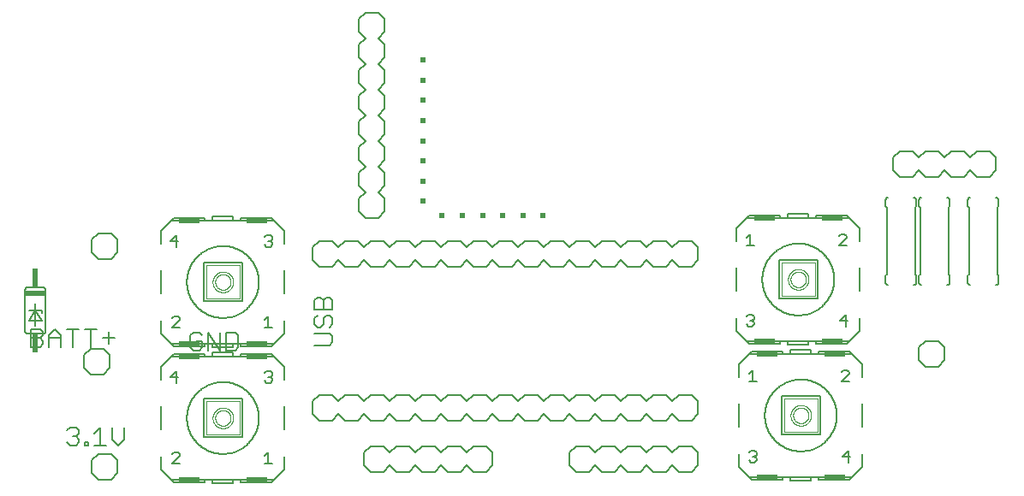
<source format=gbr>
G04 EAGLE Gerber RS-274X export*
G75*
%MOMM*%
%FSLAX34Y34*%
%LPD*%
%INSilkscreen Top*%
%IPPOS*%
%AMOC8*
5,1,8,0,0,1.08239X$1,22.5*%
G01*
%ADD10C,0.152400*%
%ADD11C,0.203200*%
%ADD12C,0.050800*%
%ADD13C,0.127000*%
%ADD14R,2.159000X0.508000*%
%ADD15R,0.508000X0.508000*%
%ADD16R,2.032000X0.508000*%
%ADD17R,0.508000X1.905000*%


D10*
X187885Y256891D02*
X184920Y259857D01*
X178988Y259857D01*
X176022Y256891D01*
X176022Y245028D01*
X178988Y242062D01*
X184920Y242062D01*
X187885Y245028D01*
X187885Y250960D01*
X181954Y250960D01*
X193797Y259857D02*
X193797Y242062D01*
X205660Y242062D02*
X193797Y259857D01*
X205660Y259857D02*
X205660Y242062D01*
X211572Y242062D02*
X211572Y259857D01*
X211572Y242062D02*
X220469Y242062D01*
X223435Y245028D01*
X223435Y256891D01*
X220469Y259857D01*
X211572Y259857D01*
X57068Y165877D02*
X54102Y162911D01*
X57068Y165877D02*
X63000Y165877D01*
X65965Y162911D01*
X65965Y159945D01*
X63000Y156980D01*
X60034Y156980D01*
X63000Y156980D02*
X65965Y154014D01*
X65965Y151048D01*
X63000Y148082D01*
X57068Y148082D01*
X54102Y151048D01*
X71877Y151048D02*
X71877Y148082D01*
X71877Y151048D02*
X74843Y151048D01*
X74843Y148082D01*
X71877Y148082D01*
X80764Y159945D02*
X86696Y165877D01*
X86696Y148082D01*
X80764Y148082D02*
X92628Y148082D01*
X98539Y154014D02*
X98539Y165877D01*
X98539Y154014D02*
X104471Y148082D01*
X110403Y154014D01*
X110403Y165877D01*
X298943Y247142D02*
X313772Y247142D01*
X316738Y250108D01*
X316738Y256040D01*
X313772Y259005D01*
X298943Y259005D01*
X298943Y273814D02*
X301909Y276780D01*
X298943Y273814D02*
X298943Y267883D01*
X301909Y264917D01*
X304875Y264917D01*
X307840Y267883D01*
X307840Y273814D01*
X310806Y276780D01*
X313772Y276780D01*
X316738Y273814D01*
X316738Y267883D01*
X313772Y264917D01*
X316738Y282692D02*
X298943Y282692D01*
X298943Y291589D01*
X301909Y294555D01*
X304875Y294555D01*
X307840Y291589D01*
X310806Y294555D01*
X313772Y294555D01*
X316738Y291589D01*
X316738Y282692D01*
X307840Y282692D02*
X307840Y291589D01*
X18568Y263413D02*
X18568Y245618D01*
X18568Y263413D02*
X27465Y263413D01*
X30431Y260447D01*
X30431Y257481D01*
X27465Y254516D01*
X30431Y251550D01*
X30431Y248584D01*
X27465Y245618D01*
X18568Y245618D01*
X18568Y254516D02*
X27465Y254516D01*
X36343Y257481D02*
X36343Y245618D01*
X36343Y257481D02*
X42274Y263413D01*
X48206Y257481D01*
X48206Y245618D01*
X48206Y254516D02*
X36343Y254516D01*
X60049Y245618D02*
X60049Y263413D01*
X54117Y263413D02*
X65981Y263413D01*
X77824Y263413D02*
X77824Y245618D01*
X71892Y263413D02*
X83756Y263413D01*
X89667Y254516D02*
X101531Y254516D01*
X95599Y260447D02*
X95599Y248584D01*
D11*
X455930Y198120D02*
X468630Y198120D01*
X474980Y191770D01*
X474980Y179070D02*
X468630Y172720D01*
X430530Y198120D02*
X424180Y191770D01*
X430530Y198120D02*
X443230Y198120D01*
X449580Y191770D01*
X449580Y179070D02*
X443230Y172720D01*
X430530Y172720D01*
X424180Y179070D01*
X449580Y191770D02*
X455930Y198120D01*
X449580Y179070D02*
X455930Y172720D01*
X468630Y172720D01*
X392430Y198120D02*
X379730Y198120D01*
X392430Y198120D02*
X398780Y191770D01*
X398780Y179070D02*
X392430Y172720D01*
X398780Y191770D02*
X405130Y198120D01*
X417830Y198120D01*
X424180Y191770D01*
X424180Y179070D02*
X417830Y172720D01*
X405130Y172720D01*
X398780Y179070D01*
X354330Y198120D02*
X347980Y191770D01*
X354330Y198120D02*
X367030Y198120D01*
X373380Y191770D01*
X373380Y179070D02*
X367030Y172720D01*
X354330Y172720D01*
X347980Y179070D01*
X373380Y191770D02*
X379730Y198120D01*
X373380Y179070D02*
X379730Y172720D01*
X392430Y172720D01*
X316230Y198120D02*
X303530Y198120D01*
X316230Y198120D02*
X322580Y191770D01*
X322580Y179070D02*
X316230Y172720D01*
X322580Y191770D02*
X328930Y198120D01*
X341630Y198120D01*
X347980Y191770D01*
X347980Y179070D02*
X341630Y172720D01*
X328930Y172720D01*
X322580Y179070D01*
X297180Y179070D02*
X297180Y191770D01*
X303530Y198120D01*
X297180Y179070D02*
X303530Y172720D01*
X316230Y172720D01*
X633730Y198120D02*
X646430Y198120D01*
X652780Y191770D01*
X652780Y179070D02*
X646430Y172720D01*
X608330Y198120D02*
X601980Y191770D01*
X608330Y198120D02*
X621030Y198120D01*
X627380Y191770D01*
X627380Y179070D02*
X621030Y172720D01*
X608330Y172720D01*
X601980Y179070D01*
X627380Y191770D02*
X633730Y198120D01*
X627380Y179070D02*
X633730Y172720D01*
X646430Y172720D01*
X570230Y198120D02*
X557530Y198120D01*
X570230Y198120D02*
X576580Y191770D01*
X576580Y179070D02*
X570230Y172720D01*
X576580Y191770D02*
X582930Y198120D01*
X595630Y198120D01*
X601980Y191770D01*
X601980Y179070D02*
X595630Y172720D01*
X582930Y172720D01*
X576580Y179070D01*
X532130Y198120D02*
X525780Y191770D01*
X532130Y198120D02*
X544830Y198120D01*
X551180Y191770D01*
X551180Y179070D02*
X544830Y172720D01*
X532130Y172720D01*
X525780Y179070D01*
X551180Y191770D02*
X557530Y198120D01*
X551180Y179070D02*
X557530Y172720D01*
X570230Y172720D01*
X494030Y198120D02*
X481330Y198120D01*
X494030Y198120D02*
X500380Y191770D01*
X500380Y179070D02*
X494030Y172720D01*
X500380Y191770D02*
X506730Y198120D01*
X519430Y198120D01*
X525780Y191770D01*
X525780Y179070D02*
X519430Y172720D01*
X506730Y172720D01*
X500380Y179070D01*
X481330Y198120D02*
X474980Y191770D01*
X474980Y179070D02*
X481330Y172720D01*
X494030Y172720D01*
X652780Y191770D02*
X659130Y198120D01*
X671830Y198120D01*
X678180Y191770D01*
X678180Y179070D01*
X671830Y172720D01*
X659130Y172720D01*
X652780Y179070D01*
X519430Y325120D02*
X506730Y325120D01*
X500380Y331470D01*
X500380Y344170D02*
X506730Y350520D01*
X544830Y325120D02*
X551180Y331470D01*
X544830Y325120D02*
X532130Y325120D01*
X525780Y331470D01*
X525780Y344170D02*
X532130Y350520D01*
X544830Y350520D01*
X551180Y344170D01*
X525780Y331470D02*
X519430Y325120D01*
X525780Y344170D02*
X519430Y350520D01*
X506730Y350520D01*
X582930Y325120D02*
X595630Y325120D01*
X582930Y325120D02*
X576580Y331470D01*
X576580Y344170D02*
X582930Y350520D01*
X576580Y331470D02*
X570230Y325120D01*
X557530Y325120D01*
X551180Y331470D01*
X551180Y344170D02*
X557530Y350520D01*
X570230Y350520D01*
X576580Y344170D01*
X621030Y325120D02*
X627380Y331470D01*
X621030Y325120D02*
X608330Y325120D01*
X601980Y331470D01*
X601980Y344170D02*
X608330Y350520D01*
X621030Y350520D01*
X627380Y344170D01*
X601980Y331470D02*
X595630Y325120D01*
X601980Y344170D02*
X595630Y350520D01*
X582930Y350520D01*
X659130Y325120D02*
X671830Y325120D01*
X659130Y325120D02*
X652780Y331470D01*
X652780Y344170D02*
X659130Y350520D01*
X652780Y331470D02*
X646430Y325120D01*
X633730Y325120D01*
X627380Y331470D01*
X627380Y344170D02*
X633730Y350520D01*
X646430Y350520D01*
X652780Y344170D01*
X678180Y344170D02*
X678180Y331470D01*
X671830Y325120D01*
X678180Y344170D02*
X671830Y350520D01*
X659130Y350520D01*
X341630Y325120D02*
X328930Y325120D01*
X322580Y331470D01*
X322580Y344170D02*
X328930Y350520D01*
X367030Y325120D02*
X373380Y331470D01*
X367030Y325120D02*
X354330Y325120D01*
X347980Y331470D01*
X347980Y344170D02*
X354330Y350520D01*
X367030Y350520D01*
X373380Y344170D01*
X347980Y331470D02*
X341630Y325120D01*
X347980Y344170D02*
X341630Y350520D01*
X328930Y350520D01*
X405130Y325120D02*
X417830Y325120D01*
X405130Y325120D02*
X398780Y331470D01*
X398780Y344170D02*
X405130Y350520D01*
X398780Y331470D02*
X392430Y325120D01*
X379730Y325120D01*
X373380Y331470D01*
X373380Y344170D02*
X379730Y350520D01*
X392430Y350520D01*
X398780Y344170D01*
X443230Y325120D02*
X449580Y331470D01*
X443230Y325120D02*
X430530Y325120D01*
X424180Y331470D01*
X424180Y344170D02*
X430530Y350520D01*
X443230Y350520D01*
X449580Y344170D01*
X424180Y331470D02*
X417830Y325120D01*
X424180Y344170D02*
X417830Y350520D01*
X405130Y350520D01*
X481330Y325120D02*
X494030Y325120D01*
X481330Y325120D02*
X474980Y331470D01*
X474980Y344170D02*
X481330Y350520D01*
X474980Y331470D02*
X468630Y325120D01*
X455930Y325120D01*
X449580Y331470D01*
X449580Y344170D02*
X455930Y350520D01*
X468630Y350520D01*
X474980Y344170D01*
X494030Y325120D02*
X500380Y331470D01*
X500380Y344170D02*
X494030Y350520D01*
X481330Y350520D01*
X322580Y331470D02*
X316230Y325120D01*
X303530Y325120D01*
X297180Y331470D01*
X297180Y344170D01*
X303530Y350520D01*
X316230Y350520D01*
X322580Y344170D01*
X430530Y147320D02*
X443230Y147320D01*
X449580Y140970D01*
X449580Y128270D02*
X443230Y121920D01*
X449580Y140970D02*
X455930Y147320D01*
X468630Y147320D01*
X474980Y140970D01*
X474980Y128270D02*
X468630Y121920D01*
X455930Y121920D01*
X449580Y128270D01*
X405130Y147320D02*
X398780Y140970D01*
X405130Y147320D02*
X417830Y147320D01*
X424180Y140970D01*
X424180Y128270D02*
X417830Y121920D01*
X405130Y121920D01*
X398780Y128270D01*
X424180Y140970D02*
X430530Y147320D01*
X424180Y128270D02*
X430530Y121920D01*
X443230Y121920D01*
X367030Y147320D02*
X354330Y147320D01*
X367030Y147320D02*
X373380Y140970D01*
X373380Y128270D02*
X367030Y121920D01*
X373380Y140970D02*
X379730Y147320D01*
X392430Y147320D01*
X398780Y140970D01*
X398780Y128270D02*
X392430Y121920D01*
X379730Y121920D01*
X373380Y128270D01*
X347980Y128270D02*
X347980Y140970D01*
X354330Y147320D01*
X347980Y128270D02*
X354330Y121920D01*
X367030Y121920D01*
X474980Y128270D02*
X474980Y140970D01*
X633730Y147320D02*
X646430Y147320D01*
X652780Y140970D01*
X652780Y128270D02*
X646430Y121920D01*
X652780Y140970D02*
X659130Y147320D01*
X671830Y147320D01*
X678180Y140970D01*
X678180Y128270D02*
X671830Y121920D01*
X659130Y121920D01*
X652780Y128270D01*
X608330Y147320D02*
X601980Y140970D01*
X608330Y147320D02*
X621030Y147320D01*
X627380Y140970D01*
X627380Y128270D02*
X621030Y121920D01*
X608330Y121920D01*
X601980Y128270D01*
X627380Y140970D02*
X633730Y147320D01*
X627380Y128270D02*
X633730Y121920D01*
X646430Y121920D01*
X570230Y147320D02*
X557530Y147320D01*
X570230Y147320D02*
X576580Y140970D01*
X576580Y128270D02*
X570230Y121920D01*
X576580Y140970D02*
X582930Y147320D01*
X595630Y147320D01*
X601980Y140970D01*
X601980Y128270D02*
X595630Y121920D01*
X582930Y121920D01*
X576580Y128270D01*
X551180Y128270D02*
X551180Y140970D01*
X557530Y147320D01*
X551180Y128270D02*
X557530Y121920D01*
X570230Y121920D01*
X678180Y128270D02*
X678180Y140970D01*
D10*
X227330Y290830D02*
X189230Y290830D01*
X189230Y328930D01*
X227330Y328930D01*
X227330Y290830D01*
D12*
X224790Y293370D02*
X191770Y293370D01*
X191770Y326390D01*
X224790Y326390D01*
X224790Y293370D01*
D10*
X218440Y248920D02*
X218440Y245110D01*
X218440Y248920D02*
X198120Y248920D01*
X198120Y245110D02*
X218440Y245110D01*
X198120Y245110D02*
X198120Y248920D01*
X157480Y248920D02*
X147320Y259080D01*
X157480Y248920D02*
X190500Y248920D01*
X147320Y259080D02*
X147320Y271780D01*
X147320Y298450D02*
X147320Y321310D01*
X147320Y360680D02*
X157480Y370840D01*
X147320Y360680D02*
X147320Y347980D01*
X269240Y321310D02*
X269240Y298450D01*
X269240Y347980D02*
X269240Y360680D01*
X259080Y370840D01*
X226060Y370840D01*
X226060Y248920D02*
X259080Y248920D01*
X269240Y259080D01*
X269240Y271780D01*
X218440Y374650D02*
X198120Y374650D01*
X218440Y374650D02*
X218440Y370840D01*
X198120Y370840D02*
X198120Y374650D01*
X157480Y248920D02*
X160020Y246380D01*
X190500Y246380D01*
X190500Y248920D01*
X198120Y248920D01*
X226060Y248920D02*
X226060Y246380D01*
X226060Y248920D02*
X218440Y248920D01*
X226060Y246380D02*
X256540Y246380D01*
X259080Y248920D01*
X218440Y370840D02*
X198120Y370840D01*
X190500Y370840D01*
X226060Y370840D02*
X226060Y373380D01*
X226060Y370840D02*
X218440Y370840D01*
X226060Y373380D02*
X256540Y373380D01*
X259080Y370840D01*
X190500Y370840D02*
X190500Y373380D01*
X190500Y370840D02*
X157480Y370840D01*
X160020Y373380D02*
X190500Y373380D01*
X160020Y373380D02*
X157480Y370840D01*
X172720Y309880D02*
X172731Y310753D01*
X172763Y311625D01*
X172816Y312496D01*
X172891Y313365D01*
X172987Y314233D01*
X173105Y315098D01*
X173244Y315959D01*
X173403Y316817D01*
X173584Y317671D01*
X173786Y318520D01*
X174008Y319364D01*
X174251Y320203D01*
X174515Y321035D01*
X174799Y321860D01*
X175103Y322678D01*
X175427Y323488D01*
X175771Y324290D01*
X176134Y325084D01*
X176517Y325868D01*
X176919Y326643D01*
X177340Y327407D01*
X177779Y328161D01*
X178237Y328905D01*
X178713Y329636D01*
X179207Y330356D01*
X179718Y331063D01*
X180246Y331758D01*
X180792Y332439D01*
X181354Y333107D01*
X181932Y333761D01*
X182526Y334400D01*
X183135Y335025D01*
X183760Y335634D01*
X184399Y336228D01*
X185053Y336806D01*
X185721Y337368D01*
X186402Y337914D01*
X187097Y338442D01*
X187804Y338953D01*
X188524Y339447D01*
X189255Y339923D01*
X189999Y340381D01*
X190753Y340820D01*
X191517Y341241D01*
X192292Y341643D01*
X193076Y342026D01*
X193870Y342389D01*
X194672Y342733D01*
X195482Y343057D01*
X196300Y343361D01*
X197125Y343645D01*
X197957Y343909D01*
X198796Y344152D01*
X199640Y344374D01*
X200489Y344576D01*
X201343Y344757D01*
X202201Y344916D01*
X203062Y345055D01*
X203927Y345173D01*
X204795Y345269D01*
X205664Y345344D01*
X206535Y345397D01*
X207407Y345429D01*
X208280Y345440D01*
X209153Y345429D01*
X210025Y345397D01*
X210896Y345344D01*
X211765Y345269D01*
X212633Y345173D01*
X213498Y345055D01*
X214359Y344916D01*
X215217Y344757D01*
X216071Y344576D01*
X216920Y344374D01*
X217764Y344152D01*
X218603Y343909D01*
X219435Y343645D01*
X220260Y343361D01*
X221078Y343057D01*
X221888Y342733D01*
X222690Y342389D01*
X223484Y342026D01*
X224268Y341643D01*
X225043Y341241D01*
X225807Y340820D01*
X226561Y340381D01*
X227305Y339923D01*
X228036Y339447D01*
X228756Y338953D01*
X229463Y338442D01*
X230158Y337914D01*
X230839Y337368D01*
X231507Y336806D01*
X232161Y336228D01*
X232800Y335634D01*
X233425Y335025D01*
X234034Y334400D01*
X234628Y333761D01*
X235206Y333107D01*
X235768Y332439D01*
X236314Y331758D01*
X236842Y331063D01*
X237353Y330356D01*
X237847Y329636D01*
X238323Y328905D01*
X238781Y328161D01*
X239220Y327407D01*
X239641Y326643D01*
X240043Y325868D01*
X240426Y325084D01*
X240789Y324290D01*
X241133Y323488D01*
X241457Y322678D01*
X241761Y321860D01*
X242045Y321035D01*
X242309Y320203D01*
X242552Y319364D01*
X242774Y318520D01*
X242976Y317671D01*
X243157Y316817D01*
X243316Y315959D01*
X243455Y315098D01*
X243573Y314233D01*
X243669Y313365D01*
X243744Y312496D01*
X243797Y311625D01*
X243829Y310753D01*
X243840Y309880D01*
X243829Y309007D01*
X243797Y308135D01*
X243744Y307264D01*
X243669Y306395D01*
X243573Y305527D01*
X243455Y304662D01*
X243316Y303801D01*
X243157Y302943D01*
X242976Y302089D01*
X242774Y301240D01*
X242552Y300396D01*
X242309Y299557D01*
X242045Y298725D01*
X241761Y297900D01*
X241457Y297082D01*
X241133Y296272D01*
X240789Y295470D01*
X240426Y294676D01*
X240043Y293892D01*
X239641Y293117D01*
X239220Y292353D01*
X238781Y291599D01*
X238323Y290855D01*
X237847Y290124D01*
X237353Y289404D01*
X236842Y288697D01*
X236314Y288002D01*
X235768Y287321D01*
X235206Y286653D01*
X234628Y285999D01*
X234034Y285360D01*
X233425Y284735D01*
X232800Y284126D01*
X232161Y283532D01*
X231507Y282954D01*
X230839Y282392D01*
X230158Y281846D01*
X229463Y281318D01*
X228756Y280807D01*
X228036Y280313D01*
X227305Y279837D01*
X226561Y279379D01*
X225807Y278940D01*
X225043Y278519D01*
X224268Y278117D01*
X223484Y277734D01*
X222690Y277371D01*
X221888Y277027D01*
X221078Y276703D01*
X220260Y276399D01*
X219435Y276115D01*
X218603Y275851D01*
X217764Y275608D01*
X216920Y275386D01*
X216071Y275184D01*
X215217Y275003D01*
X214359Y274844D01*
X213498Y274705D01*
X212633Y274587D01*
X211765Y274491D01*
X210896Y274416D01*
X210025Y274363D01*
X209153Y274331D01*
X208280Y274320D01*
X207407Y274331D01*
X206535Y274363D01*
X205664Y274416D01*
X204795Y274491D01*
X203927Y274587D01*
X203062Y274705D01*
X202201Y274844D01*
X201343Y275003D01*
X200489Y275184D01*
X199640Y275386D01*
X198796Y275608D01*
X197957Y275851D01*
X197125Y276115D01*
X196300Y276399D01*
X195482Y276703D01*
X194672Y277027D01*
X193870Y277371D01*
X193076Y277734D01*
X192292Y278117D01*
X191517Y278519D01*
X190753Y278940D01*
X189999Y279379D01*
X189255Y279837D01*
X188524Y280313D01*
X187804Y280807D01*
X187097Y281318D01*
X186402Y281846D01*
X185721Y282392D01*
X185053Y282954D01*
X184399Y283532D01*
X183760Y284126D01*
X183135Y284735D01*
X182526Y285360D01*
X181932Y285999D01*
X181354Y286653D01*
X180792Y287321D01*
X180246Y288002D01*
X179718Y288697D01*
X179207Y289404D01*
X178713Y290124D01*
X178237Y290855D01*
X177779Y291599D01*
X177340Y292353D01*
X176919Y293117D01*
X176517Y293892D01*
X176134Y294676D01*
X175771Y295470D01*
X175427Y296272D01*
X175103Y297082D01*
X174799Y297900D01*
X174515Y298725D01*
X174251Y299557D01*
X174008Y300396D01*
X173786Y301240D01*
X173584Y302089D01*
X173403Y302943D01*
X173244Y303801D01*
X173105Y304662D01*
X172987Y305527D01*
X172891Y306395D01*
X172816Y307264D01*
X172763Y308135D01*
X172731Y309007D01*
X172720Y309880D01*
D12*
X198120Y309880D02*
X198123Y310129D01*
X198132Y310379D01*
X198148Y310627D01*
X198169Y310876D01*
X198196Y311124D01*
X198230Y311371D01*
X198270Y311617D01*
X198315Y311862D01*
X198367Y312106D01*
X198424Y312349D01*
X198488Y312590D01*
X198557Y312829D01*
X198633Y313067D01*
X198714Y313303D01*
X198801Y313537D01*
X198893Y313768D01*
X198992Y313997D01*
X199095Y314224D01*
X199205Y314448D01*
X199320Y314669D01*
X199440Y314888D01*
X199565Y315103D01*
X199696Y315316D01*
X199832Y315525D01*
X199973Y315730D01*
X200119Y315932D01*
X200270Y316131D01*
X200426Y316325D01*
X200587Y316516D01*
X200752Y316703D01*
X200922Y316886D01*
X201096Y317064D01*
X201274Y317238D01*
X201457Y317408D01*
X201644Y317573D01*
X201835Y317734D01*
X202029Y317890D01*
X202228Y318041D01*
X202430Y318187D01*
X202635Y318328D01*
X202844Y318464D01*
X203057Y318595D01*
X203272Y318720D01*
X203491Y318840D01*
X203712Y318955D01*
X203936Y319065D01*
X204163Y319168D01*
X204392Y319267D01*
X204623Y319359D01*
X204857Y319446D01*
X205093Y319527D01*
X205331Y319603D01*
X205570Y319672D01*
X205811Y319736D01*
X206054Y319793D01*
X206298Y319845D01*
X206543Y319890D01*
X206789Y319930D01*
X207036Y319964D01*
X207284Y319991D01*
X207533Y320012D01*
X207781Y320028D01*
X208031Y320037D01*
X208280Y320040D01*
X208529Y320037D01*
X208779Y320028D01*
X209027Y320012D01*
X209276Y319991D01*
X209524Y319964D01*
X209771Y319930D01*
X210017Y319890D01*
X210262Y319845D01*
X210506Y319793D01*
X210749Y319736D01*
X210990Y319672D01*
X211229Y319603D01*
X211467Y319527D01*
X211703Y319446D01*
X211937Y319359D01*
X212168Y319267D01*
X212397Y319168D01*
X212624Y319065D01*
X212848Y318955D01*
X213069Y318840D01*
X213288Y318720D01*
X213503Y318595D01*
X213716Y318464D01*
X213925Y318328D01*
X214130Y318187D01*
X214332Y318041D01*
X214531Y317890D01*
X214725Y317734D01*
X214916Y317573D01*
X215103Y317408D01*
X215286Y317238D01*
X215464Y317064D01*
X215638Y316886D01*
X215808Y316703D01*
X215973Y316516D01*
X216134Y316325D01*
X216290Y316131D01*
X216441Y315932D01*
X216587Y315730D01*
X216728Y315525D01*
X216864Y315316D01*
X216995Y315103D01*
X217120Y314888D01*
X217240Y314669D01*
X217355Y314448D01*
X217465Y314224D01*
X217568Y313997D01*
X217667Y313768D01*
X217759Y313537D01*
X217846Y313303D01*
X217927Y313067D01*
X218003Y312829D01*
X218072Y312590D01*
X218136Y312349D01*
X218193Y312106D01*
X218245Y311862D01*
X218290Y311617D01*
X218330Y311371D01*
X218364Y311124D01*
X218391Y310876D01*
X218412Y310627D01*
X218428Y310379D01*
X218437Y310129D01*
X218440Y309880D01*
X218437Y309631D01*
X218428Y309381D01*
X218412Y309133D01*
X218391Y308884D01*
X218364Y308636D01*
X218330Y308389D01*
X218290Y308143D01*
X218245Y307898D01*
X218193Y307654D01*
X218136Y307411D01*
X218072Y307170D01*
X218003Y306931D01*
X217927Y306693D01*
X217846Y306457D01*
X217759Y306223D01*
X217667Y305992D01*
X217568Y305763D01*
X217465Y305536D01*
X217355Y305312D01*
X217240Y305091D01*
X217120Y304872D01*
X216995Y304657D01*
X216864Y304444D01*
X216728Y304235D01*
X216587Y304030D01*
X216441Y303828D01*
X216290Y303629D01*
X216134Y303435D01*
X215973Y303244D01*
X215808Y303057D01*
X215638Y302874D01*
X215464Y302696D01*
X215286Y302522D01*
X215103Y302352D01*
X214916Y302187D01*
X214725Y302026D01*
X214531Y301870D01*
X214332Y301719D01*
X214130Y301573D01*
X213925Y301432D01*
X213716Y301296D01*
X213503Y301165D01*
X213288Y301040D01*
X213069Y300920D01*
X212848Y300805D01*
X212624Y300695D01*
X212397Y300592D01*
X212168Y300493D01*
X211937Y300401D01*
X211703Y300314D01*
X211467Y300233D01*
X211229Y300157D01*
X210990Y300088D01*
X210749Y300024D01*
X210506Y299967D01*
X210262Y299915D01*
X210017Y299870D01*
X209771Y299830D01*
X209524Y299796D01*
X209276Y299769D01*
X209027Y299748D01*
X208779Y299732D01*
X208529Y299723D01*
X208280Y299720D01*
X208031Y299723D01*
X207781Y299732D01*
X207533Y299748D01*
X207284Y299769D01*
X207036Y299796D01*
X206789Y299830D01*
X206543Y299870D01*
X206298Y299915D01*
X206054Y299967D01*
X205811Y300024D01*
X205570Y300088D01*
X205331Y300157D01*
X205093Y300233D01*
X204857Y300314D01*
X204623Y300401D01*
X204392Y300493D01*
X204163Y300592D01*
X203936Y300695D01*
X203712Y300805D01*
X203491Y300920D01*
X203272Y301040D01*
X203057Y301165D01*
X202844Y301296D01*
X202635Y301432D01*
X202430Y301573D01*
X202228Y301719D01*
X202029Y301870D01*
X201835Y302026D01*
X201644Y302187D01*
X201457Y302352D01*
X201274Y302522D01*
X201096Y302696D01*
X200922Y302874D01*
X200752Y303057D01*
X200587Y303244D01*
X200426Y303435D01*
X200270Y303629D01*
X200119Y303828D01*
X199973Y304030D01*
X199832Y304235D01*
X199696Y304444D01*
X199565Y304657D01*
X199440Y304872D01*
X199320Y305091D01*
X199205Y305312D01*
X199095Y305536D01*
X198992Y305763D01*
X198893Y305992D01*
X198801Y306223D01*
X198714Y306457D01*
X198633Y306693D01*
X198557Y306931D01*
X198488Y307170D01*
X198424Y307411D01*
X198367Y307654D01*
X198315Y307898D01*
X198270Y308143D01*
X198230Y308389D01*
X198196Y308636D01*
X198169Y308884D01*
X198148Y309133D01*
X198132Y309381D01*
X198123Y309631D01*
X198120Y309880D01*
X200660Y309880D02*
X200662Y310067D01*
X200669Y310254D01*
X200681Y310441D01*
X200697Y310627D01*
X200717Y310813D01*
X200742Y310998D01*
X200772Y311183D01*
X200806Y311367D01*
X200845Y311550D01*
X200888Y311732D01*
X200936Y311912D01*
X200988Y312092D01*
X201045Y312270D01*
X201105Y312447D01*
X201171Y312622D01*
X201240Y312796D01*
X201314Y312968D01*
X201392Y313138D01*
X201474Y313306D01*
X201560Y313472D01*
X201650Y313636D01*
X201744Y313797D01*
X201842Y313957D01*
X201944Y314113D01*
X202050Y314268D01*
X202160Y314419D01*
X202273Y314568D01*
X202390Y314714D01*
X202510Y314857D01*
X202634Y314997D01*
X202761Y315134D01*
X202892Y315268D01*
X203026Y315399D01*
X203163Y315526D01*
X203303Y315650D01*
X203446Y315770D01*
X203592Y315887D01*
X203741Y316000D01*
X203892Y316110D01*
X204047Y316216D01*
X204203Y316318D01*
X204363Y316416D01*
X204524Y316510D01*
X204688Y316600D01*
X204854Y316686D01*
X205022Y316768D01*
X205192Y316846D01*
X205364Y316920D01*
X205538Y316989D01*
X205713Y317055D01*
X205890Y317115D01*
X206068Y317172D01*
X206248Y317224D01*
X206428Y317272D01*
X206610Y317315D01*
X206793Y317354D01*
X206977Y317388D01*
X207162Y317418D01*
X207347Y317443D01*
X207533Y317463D01*
X207719Y317479D01*
X207906Y317491D01*
X208093Y317498D01*
X208280Y317500D01*
X208467Y317498D01*
X208654Y317491D01*
X208841Y317479D01*
X209027Y317463D01*
X209213Y317443D01*
X209398Y317418D01*
X209583Y317388D01*
X209767Y317354D01*
X209950Y317315D01*
X210132Y317272D01*
X210312Y317224D01*
X210492Y317172D01*
X210670Y317115D01*
X210847Y317055D01*
X211022Y316989D01*
X211196Y316920D01*
X211368Y316846D01*
X211538Y316768D01*
X211706Y316686D01*
X211872Y316600D01*
X212036Y316510D01*
X212197Y316416D01*
X212357Y316318D01*
X212513Y316216D01*
X212668Y316110D01*
X212819Y316000D01*
X212968Y315887D01*
X213114Y315770D01*
X213257Y315650D01*
X213397Y315526D01*
X213534Y315399D01*
X213668Y315268D01*
X213799Y315134D01*
X213926Y314997D01*
X214050Y314857D01*
X214170Y314714D01*
X214287Y314568D01*
X214400Y314419D01*
X214510Y314268D01*
X214616Y314113D01*
X214718Y313957D01*
X214816Y313797D01*
X214910Y313636D01*
X215000Y313472D01*
X215086Y313306D01*
X215168Y313138D01*
X215246Y312968D01*
X215320Y312796D01*
X215389Y312622D01*
X215455Y312447D01*
X215515Y312270D01*
X215572Y312092D01*
X215624Y311912D01*
X215672Y311732D01*
X215715Y311550D01*
X215754Y311367D01*
X215788Y311183D01*
X215818Y310998D01*
X215843Y310813D01*
X215863Y310627D01*
X215879Y310441D01*
X215891Y310254D01*
X215898Y310067D01*
X215900Y309880D01*
X215898Y309693D01*
X215891Y309506D01*
X215879Y309319D01*
X215863Y309133D01*
X215843Y308947D01*
X215818Y308762D01*
X215788Y308577D01*
X215754Y308393D01*
X215715Y308210D01*
X215672Y308028D01*
X215624Y307848D01*
X215572Y307668D01*
X215515Y307490D01*
X215455Y307313D01*
X215389Y307138D01*
X215320Y306964D01*
X215246Y306792D01*
X215168Y306622D01*
X215086Y306454D01*
X215000Y306288D01*
X214910Y306124D01*
X214816Y305963D01*
X214718Y305803D01*
X214616Y305647D01*
X214510Y305492D01*
X214400Y305341D01*
X214287Y305192D01*
X214170Y305046D01*
X214050Y304903D01*
X213926Y304763D01*
X213799Y304626D01*
X213668Y304492D01*
X213534Y304361D01*
X213397Y304234D01*
X213257Y304110D01*
X213114Y303990D01*
X212968Y303873D01*
X212819Y303760D01*
X212668Y303650D01*
X212513Y303544D01*
X212357Y303442D01*
X212197Y303344D01*
X212036Y303250D01*
X211872Y303160D01*
X211706Y303074D01*
X211538Y302992D01*
X211368Y302914D01*
X211196Y302840D01*
X211022Y302771D01*
X210847Y302705D01*
X210670Y302645D01*
X210492Y302588D01*
X210312Y302536D01*
X210132Y302488D01*
X209950Y302445D01*
X209767Y302406D01*
X209583Y302372D01*
X209398Y302342D01*
X209213Y302317D01*
X209027Y302297D01*
X208841Y302281D01*
X208654Y302269D01*
X208467Y302262D01*
X208280Y302260D01*
X208093Y302262D01*
X207906Y302269D01*
X207719Y302281D01*
X207533Y302297D01*
X207347Y302317D01*
X207162Y302342D01*
X206977Y302372D01*
X206793Y302406D01*
X206610Y302445D01*
X206428Y302488D01*
X206248Y302536D01*
X206068Y302588D01*
X205890Y302645D01*
X205713Y302705D01*
X205538Y302771D01*
X205364Y302840D01*
X205192Y302914D01*
X205022Y302992D01*
X204854Y303074D01*
X204688Y303160D01*
X204524Y303250D01*
X204363Y303344D01*
X204203Y303442D01*
X204047Y303544D01*
X203892Y303650D01*
X203741Y303760D01*
X203592Y303873D01*
X203446Y303990D01*
X203303Y304110D01*
X203163Y304234D01*
X203026Y304361D01*
X202892Y304492D01*
X202761Y304626D01*
X202634Y304763D01*
X202510Y304903D01*
X202390Y305046D01*
X202273Y305192D01*
X202160Y305341D01*
X202050Y305492D01*
X201944Y305647D01*
X201842Y305803D01*
X201744Y305963D01*
X201650Y306124D01*
X201560Y306288D01*
X201474Y306454D01*
X201392Y306622D01*
X201314Y306792D01*
X201240Y306964D01*
X201171Y307138D01*
X201105Y307313D01*
X201045Y307490D01*
X200988Y307668D01*
X200936Y307848D01*
X200888Y308028D01*
X200845Y308210D01*
X200806Y308393D01*
X200772Y308577D01*
X200742Y308762D01*
X200717Y308947D01*
X200697Y309133D01*
X200681Y309319D01*
X200669Y309506D01*
X200662Y309693D01*
X200660Y309880D01*
D13*
X249291Y272422D02*
X253104Y276235D01*
X253104Y264795D01*
X249291Y264795D02*
X256918Y264795D01*
X165478Y264795D02*
X157851Y264795D01*
X165478Y272422D01*
X165478Y274328D01*
X163571Y276235D01*
X159758Y276235D01*
X157851Y274328D01*
X249291Y354338D02*
X251198Y356245D01*
X255011Y356245D01*
X256918Y354338D01*
X256918Y352432D01*
X255011Y350525D01*
X253104Y350525D01*
X255011Y350525D02*
X256918Y348618D01*
X256918Y346712D01*
X255011Y344805D01*
X251198Y344805D01*
X249291Y346712D01*
X162301Y344805D02*
X162301Y356245D01*
X156581Y350525D01*
X164208Y350525D01*
D14*
X174625Y248920D03*
X241935Y248920D03*
X174625Y370840D03*
X241935Y370840D03*
D10*
X758190Y331470D02*
X796290Y331470D01*
X796290Y293370D01*
X758190Y293370D01*
X758190Y331470D01*
D12*
X760730Y328930D02*
X793750Y328930D01*
X793750Y295910D01*
X760730Y295910D01*
X760730Y328930D01*
D10*
X767080Y373380D02*
X767080Y377190D01*
X767080Y373380D02*
X787400Y373380D01*
X787400Y377190D02*
X767080Y377190D01*
X787400Y377190D02*
X787400Y373380D01*
X828040Y373380D02*
X838200Y363220D01*
X828040Y373380D02*
X795020Y373380D01*
X838200Y363220D02*
X838200Y350520D01*
X838200Y323850D02*
X838200Y300990D01*
X838200Y261620D02*
X828040Y251460D01*
X838200Y261620D02*
X838200Y274320D01*
X716280Y300990D02*
X716280Y323850D01*
X716280Y274320D02*
X716280Y261620D01*
X726440Y251460D01*
X759460Y251460D01*
X759460Y373380D02*
X726440Y373380D01*
X716280Y363220D01*
X716280Y350520D01*
X767080Y247650D02*
X787400Y247650D01*
X767080Y247650D02*
X767080Y251460D01*
X787400Y251460D02*
X787400Y247650D01*
X828040Y373380D02*
X825500Y375920D01*
X795020Y375920D01*
X795020Y373380D01*
X787400Y373380D01*
X759460Y373380D02*
X759460Y375920D01*
X759460Y373380D02*
X767080Y373380D01*
X759460Y375920D02*
X728980Y375920D01*
X726440Y373380D01*
X767080Y251460D02*
X787400Y251460D01*
X795020Y251460D01*
X759460Y251460D02*
X759460Y248920D01*
X759460Y251460D02*
X767080Y251460D01*
X759460Y248920D02*
X728980Y248920D01*
X726440Y251460D01*
X795020Y251460D02*
X795020Y248920D01*
X795020Y251460D02*
X828040Y251460D01*
X825500Y248920D02*
X795020Y248920D01*
X825500Y248920D02*
X828040Y251460D01*
X741680Y312420D02*
X741691Y313293D01*
X741723Y314165D01*
X741776Y315036D01*
X741851Y315905D01*
X741947Y316773D01*
X742065Y317638D01*
X742204Y318499D01*
X742363Y319357D01*
X742544Y320211D01*
X742746Y321060D01*
X742968Y321904D01*
X743211Y322743D01*
X743475Y323575D01*
X743759Y324400D01*
X744063Y325218D01*
X744387Y326028D01*
X744731Y326830D01*
X745094Y327624D01*
X745477Y328408D01*
X745879Y329183D01*
X746300Y329947D01*
X746739Y330701D01*
X747197Y331445D01*
X747673Y332176D01*
X748167Y332896D01*
X748678Y333603D01*
X749206Y334298D01*
X749752Y334979D01*
X750314Y335647D01*
X750892Y336301D01*
X751486Y336940D01*
X752095Y337565D01*
X752720Y338174D01*
X753359Y338768D01*
X754013Y339346D01*
X754681Y339908D01*
X755362Y340454D01*
X756057Y340982D01*
X756764Y341493D01*
X757484Y341987D01*
X758215Y342463D01*
X758959Y342921D01*
X759713Y343360D01*
X760477Y343781D01*
X761252Y344183D01*
X762036Y344566D01*
X762830Y344929D01*
X763632Y345273D01*
X764442Y345597D01*
X765260Y345901D01*
X766085Y346185D01*
X766917Y346449D01*
X767756Y346692D01*
X768600Y346914D01*
X769449Y347116D01*
X770303Y347297D01*
X771161Y347456D01*
X772022Y347595D01*
X772887Y347713D01*
X773755Y347809D01*
X774624Y347884D01*
X775495Y347937D01*
X776367Y347969D01*
X777240Y347980D01*
X778113Y347969D01*
X778985Y347937D01*
X779856Y347884D01*
X780725Y347809D01*
X781593Y347713D01*
X782458Y347595D01*
X783319Y347456D01*
X784177Y347297D01*
X785031Y347116D01*
X785880Y346914D01*
X786724Y346692D01*
X787563Y346449D01*
X788395Y346185D01*
X789220Y345901D01*
X790038Y345597D01*
X790848Y345273D01*
X791650Y344929D01*
X792444Y344566D01*
X793228Y344183D01*
X794003Y343781D01*
X794767Y343360D01*
X795521Y342921D01*
X796265Y342463D01*
X796996Y341987D01*
X797716Y341493D01*
X798423Y340982D01*
X799118Y340454D01*
X799799Y339908D01*
X800467Y339346D01*
X801121Y338768D01*
X801760Y338174D01*
X802385Y337565D01*
X802994Y336940D01*
X803588Y336301D01*
X804166Y335647D01*
X804728Y334979D01*
X805274Y334298D01*
X805802Y333603D01*
X806313Y332896D01*
X806807Y332176D01*
X807283Y331445D01*
X807741Y330701D01*
X808180Y329947D01*
X808601Y329183D01*
X809003Y328408D01*
X809386Y327624D01*
X809749Y326830D01*
X810093Y326028D01*
X810417Y325218D01*
X810721Y324400D01*
X811005Y323575D01*
X811269Y322743D01*
X811512Y321904D01*
X811734Y321060D01*
X811936Y320211D01*
X812117Y319357D01*
X812276Y318499D01*
X812415Y317638D01*
X812533Y316773D01*
X812629Y315905D01*
X812704Y315036D01*
X812757Y314165D01*
X812789Y313293D01*
X812800Y312420D01*
X812789Y311547D01*
X812757Y310675D01*
X812704Y309804D01*
X812629Y308935D01*
X812533Y308067D01*
X812415Y307202D01*
X812276Y306341D01*
X812117Y305483D01*
X811936Y304629D01*
X811734Y303780D01*
X811512Y302936D01*
X811269Y302097D01*
X811005Y301265D01*
X810721Y300440D01*
X810417Y299622D01*
X810093Y298812D01*
X809749Y298010D01*
X809386Y297216D01*
X809003Y296432D01*
X808601Y295657D01*
X808180Y294893D01*
X807741Y294139D01*
X807283Y293395D01*
X806807Y292664D01*
X806313Y291944D01*
X805802Y291237D01*
X805274Y290542D01*
X804728Y289861D01*
X804166Y289193D01*
X803588Y288539D01*
X802994Y287900D01*
X802385Y287275D01*
X801760Y286666D01*
X801121Y286072D01*
X800467Y285494D01*
X799799Y284932D01*
X799118Y284386D01*
X798423Y283858D01*
X797716Y283347D01*
X796996Y282853D01*
X796265Y282377D01*
X795521Y281919D01*
X794767Y281480D01*
X794003Y281059D01*
X793228Y280657D01*
X792444Y280274D01*
X791650Y279911D01*
X790848Y279567D01*
X790038Y279243D01*
X789220Y278939D01*
X788395Y278655D01*
X787563Y278391D01*
X786724Y278148D01*
X785880Y277926D01*
X785031Y277724D01*
X784177Y277543D01*
X783319Y277384D01*
X782458Y277245D01*
X781593Y277127D01*
X780725Y277031D01*
X779856Y276956D01*
X778985Y276903D01*
X778113Y276871D01*
X777240Y276860D01*
X776367Y276871D01*
X775495Y276903D01*
X774624Y276956D01*
X773755Y277031D01*
X772887Y277127D01*
X772022Y277245D01*
X771161Y277384D01*
X770303Y277543D01*
X769449Y277724D01*
X768600Y277926D01*
X767756Y278148D01*
X766917Y278391D01*
X766085Y278655D01*
X765260Y278939D01*
X764442Y279243D01*
X763632Y279567D01*
X762830Y279911D01*
X762036Y280274D01*
X761252Y280657D01*
X760477Y281059D01*
X759713Y281480D01*
X758959Y281919D01*
X758215Y282377D01*
X757484Y282853D01*
X756764Y283347D01*
X756057Y283858D01*
X755362Y284386D01*
X754681Y284932D01*
X754013Y285494D01*
X753359Y286072D01*
X752720Y286666D01*
X752095Y287275D01*
X751486Y287900D01*
X750892Y288539D01*
X750314Y289193D01*
X749752Y289861D01*
X749206Y290542D01*
X748678Y291237D01*
X748167Y291944D01*
X747673Y292664D01*
X747197Y293395D01*
X746739Y294139D01*
X746300Y294893D01*
X745879Y295657D01*
X745477Y296432D01*
X745094Y297216D01*
X744731Y298010D01*
X744387Y298812D01*
X744063Y299622D01*
X743759Y300440D01*
X743475Y301265D01*
X743211Y302097D01*
X742968Y302936D01*
X742746Y303780D01*
X742544Y304629D01*
X742363Y305483D01*
X742204Y306341D01*
X742065Y307202D01*
X741947Y308067D01*
X741851Y308935D01*
X741776Y309804D01*
X741723Y310675D01*
X741691Y311547D01*
X741680Y312420D01*
D12*
X767080Y312420D02*
X767083Y312669D01*
X767092Y312919D01*
X767108Y313167D01*
X767129Y313416D01*
X767156Y313664D01*
X767190Y313911D01*
X767230Y314157D01*
X767275Y314402D01*
X767327Y314646D01*
X767384Y314889D01*
X767448Y315130D01*
X767517Y315369D01*
X767593Y315607D01*
X767674Y315843D01*
X767761Y316077D01*
X767853Y316308D01*
X767952Y316537D01*
X768055Y316764D01*
X768165Y316988D01*
X768280Y317209D01*
X768400Y317428D01*
X768525Y317643D01*
X768656Y317856D01*
X768792Y318065D01*
X768933Y318270D01*
X769079Y318472D01*
X769230Y318671D01*
X769386Y318865D01*
X769547Y319056D01*
X769712Y319243D01*
X769882Y319426D01*
X770056Y319604D01*
X770234Y319778D01*
X770417Y319948D01*
X770604Y320113D01*
X770795Y320274D01*
X770989Y320430D01*
X771188Y320581D01*
X771390Y320727D01*
X771595Y320868D01*
X771804Y321004D01*
X772017Y321135D01*
X772232Y321260D01*
X772451Y321380D01*
X772672Y321495D01*
X772896Y321605D01*
X773123Y321708D01*
X773352Y321807D01*
X773583Y321899D01*
X773817Y321986D01*
X774053Y322067D01*
X774291Y322143D01*
X774530Y322212D01*
X774771Y322276D01*
X775014Y322333D01*
X775258Y322385D01*
X775503Y322430D01*
X775749Y322470D01*
X775996Y322504D01*
X776244Y322531D01*
X776493Y322552D01*
X776741Y322568D01*
X776991Y322577D01*
X777240Y322580D01*
X777489Y322577D01*
X777739Y322568D01*
X777987Y322552D01*
X778236Y322531D01*
X778484Y322504D01*
X778731Y322470D01*
X778977Y322430D01*
X779222Y322385D01*
X779466Y322333D01*
X779709Y322276D01*
X779950Y322212D01*
X780189Y322143D01*
X780427Y322067D01*
X780663Y321986D01*
X780897Y321899D01*
X781128Y321807D01*
X781357Y321708D01*
X781584Y321605D01*
X781808Y321495D01*
X782029Y321380D01*
X782248Y321260D01*
X782463Y321135D01*
X782676Y321004D01*
X782885Y320868D01*
X783090Y320727D01*
X783292Y320581D01*
X783491Y320430D01*
X783685Y320274D01*
X783876Y320113D01*
X784063Y319948D01*
X784246Y319778D01*
X784424Y319604D01*
X784598Y319426D01*
X784768Y319243D01*
X784933Y319056D01*
X785094Y318865D01*
X785250Y318671D01*
X785401Y318472D01*
X785547Y318270D01*
X785688Y318065D01*
X785824Y317856D01*
X785955Y317643D01*
X786080Y317428D01*
X786200Y317209D01*
X786315Y316988D01*
X786425Y316764D01*
X786528Y316537D01*
X786627Y316308D01*
X786719Y316077D01*
X786806Y315843D01*
X786887Y315607D01*
X786963Y315369D01*
X787032Y315130D01*
X787096Y314889D01*
X787153Y314646D01*
X787205Y314402D01*
X787250Y314157D01*
X787290Y313911D01*
X787324Y313664D01*
X787351Y313416D01*
X787372Y313167D01*
X787388Y312919D01*
X787397Y312669D01*
X787400Y312420D01*
X787397Y312171D01*
X787388Y311921D01*
X787372Y311673D01*
X787351Y311424D01*
X787324Y311176D01*
X787290Y310929D01*
X787250Y310683D01*
X787205Y310438D01*
X787153Y310194D01*
X787096Y309951D01*
X787032Y309710D01*
X786963Y309471D01*
X786887Y309233D01*
X786806Y308997D01*
X786719Y308763D01*
X786627Y308532D01*
X786528Y308303D01*
X786425Y308076D01*
X786315Y307852D01*
X786200Y307631D01*
X786080Y307412D01*
X785955Y307197D01*
X785824Y306984D01*
X785688Y306775D01*
X785547Y306570D01*
X785401Y306368D01*
X785250Y306169D01*
X785094Y305975D01*
X784933Y305784D01*
X784768Y305597D01*
X784598Y305414D01*
X784424Y305236D01*
X784246Y305062D01*
X784063Y304892D01*
X783876Y304727D01*
X783685Y304566D01*
X783491Y304410D01*
X783292Y304259D01*
X783090Y304113D01*
X782885Y303972D01*
X782676Y303836D01*
X782463Y303705D01*
X782248Y303580D01*
X782029Y303460D01*
X781808Y303345D01*
X781584Y303235D01*
X781357Y303132D01*
X781128Y303033D01*
X780897Y302941D01*
X780663Y302854D01*
X780427Y302773D01*
X780189Y302697D01*
X779950Y302628D01*
X779709Y302564D01*
X779466Y302507D01*
X779222Y302455D01*
X778977Y302410D01*
X778731Y302370D01*
X778484Y302336D01*
X778236Y302309D01*
X777987Y302288D01*
X777739Y302272D01*
X777489Y302263D01*
X777240Y302260D01*
X776991Y302263D01*
X776741Y302272D01*
X776493Y302288D01*
X776244Y302309D01*
X775996Y302336D01*
X775749Y302370D01*
X775503Y302410D01*
X775258Y302455D01*
X775014Y302507D01*
X774771Y302564D01*
X774530Y302628D01*
X774291Y302697D01*
X774053Y302773D01*
X773817Y302854D01*
X773583Y302941D01*
X773352Y303033D01*
X773123Y303132D01*
X772896Y303235D01*
X772672Y303345D01*
X772451Y303460D01*
X772232Y303580D01*
X772017Y303705D01*
X771804Y303836D01*
X771595Y303972D01*
X771390Y304113D01*
X771188Y304259D01*
X770989Y304410D01*
X770795Y304566D01*
X770604Y304727D01*
X770417Y304892D01*
X770234Y305062D01*
X770056Y305236D01*
X769882Y305414D01*
X769712Y305597D01*
X769547Y305784D01*
X769386Y305975D01*
X769230Y306169D01*
X769079Y306368D01*
X768933Y306570D01*
X768792Y306775D01*
X768656Y306984D01*
X768525Y307197D01*
X768400Y307412D01*
X768280Y307631D01*
X768165Y307852D01*
X768055Y308076D01*
X767952Y308303D01*
X767853Y308532D01*
X767761Y308763D01*
X767674Y308997D01*
X767593Y309233D01*
X767517Y309471D01*
X767448Y309710D01*
X767384Y309951D01*
X767327Y310194D01*
X767275Y310438D01*
X767230Y310683D01*
X767190Y310929D01*
X767156Y311176D01*
X767129Y311424D01*
X767108Y311673D01*
X767092Y311921D01*
X767083Y312171D01*
X767080Y312420D01*
X769620Y312420D02*
X769622Y312607D01*
X769629Y312794D01*
X769641Y312981D01*
X769657Y313167D01*
X769677Y313353D01*
X769702Y313538D01*
X769732Y313723D01*
X769766Y313907D01*
X769805Y314090D01*
X769848Y314272D01*
X769896Y314452D01*
X769948Y314632D01*
X770005Y314810D01*
X770065Y314987D01*
X770131Y315162D01*
X770200Y315336D01*
X770274Y315508D01*
X770352Y315678D01*
X770434Y315846D01*
X770520Y316012D01*
X770610Y316176D01*
X770704Y316337D01*
X770802Y316497D01*
X770904Y316653D01*
X771010Y316808D01*
X771120Y316959D01*
X771233Y317108D01*
X771350Y317254D01*
X771470Y317397D01*
X771594Y317537D01*
X771721Y317674D01*
X771852Y317808D01*
X771986Y317939D01*
X772123Y318066D01*
X772263Y318190D01*
X772406Y318310D01*
X772552Y318427D01*
X772701Y318540D01*
X772852Y318650D01*
X773007Y318756D01*
X773163Y318858D01*
X773323Y318956D01*
X773484Y319050D01*
X773648Y319140D01*
X773814Y319226D01*
X773982Y319308D01*
X774152Y319386D01*
X774324Y319460D01*
X774498Y319529D01*
X774673Y319595D01*
X774850Y319655D01*
X775028Y319712D01*
X775208Y319764D01*
X775388Y319812D01*
X775570Y319855D01*
X775753Y319894D01*
X775937Y319928D01*
X776122Y319958D01*
X776307Y319983D01*
X776493Y320003D01*
X776679Y320019D01*
X776866Y320031D01*
X777053Y320038D01*
X777240Y320040D01*
X777427Y320038D01*
X777614Y320031D01*
X777801Y320019D01*
X777987Y320003D01*
X778173Y319983D01*
X778358Y319958D01*
X778543Y319928D01*
X778727Y319894D01*
X778910Y319855D01*
X779092Y319812D01*
X779272Y319764D01*
X779452Y319712D01*
X779630Y319655D01*
X779807Y319595D01*
X779982Y319529D01*
X780156Y319460D01*
X780328Y319386D01*
X780498Y319308D01*
X780666Y319226D01*
X780832Y319140D01*
X780996Y319050D01*
X781157Y318956D01*
X781317Y318858D01*
X781473Y318756D01*
X781628Y318650D01*
X781779Y318540D01*
X781928Y318427D01*
X782074Y318310D01*
X782217Y318190D01*
X782357Y318066D01*
X782494Y317939D01*
X782628Y317808D01*
X782759Y317674D01*
X782886Y317537D01*
X783010Y317397D01*
X783130Y317254D01*
X783247Y317108D01*
X783360Y316959D01*
X783470Y316808D01*
X783576Y316653D01*
X783678Y316497D01*
X783776Y316337D01*
X783870Y316176D01*
X783960Y316012D01*
X784046Y315846D01*
X784128Y315678D01*
X784206Y315508D01*
X784280Y315336D01*
X784349Y315162D01*
X784415Y314987D01*
X784475Y314810D01*
X784532Y314632D01*
X784584Y314452D01*
X784632Y314272D01*
X784675Y314090D01*
X784714Y313907D01*
X784748Y313723D01*
X784778Y313538D01*
X784803Y313353D01*
X784823Y313167D01*
X784839Y312981D01*
X784851Y312794D01*
X784858Y312607D01*
X784860Y312420D01*
X784858Y312233D01*
X784851Y312046D01*
X784839Y311859D01*
X784823Y311673D01*
X784803Y311487D01*
X784778Y311302D01*
X784748Y311117D01*
X784714Y310933D01*
X784675Y310750D01*
X784632Y310568D01*
X784584Y310388D01*
X784532Y310208D01*
X784475Y310030D01*
X784415Y309853D01*
X784349Y309678D01*
X784280Y309504D01*
X784206Y309332D01*
X784128Y309162D01*
X784046Y308994D01*
X783960Y308828D01*
X783870Y308664D01*
X783776Y308503D01*
X783678Y308343D01*
X783576Y308187D01*
X783470Y308032D01*
X783360Y307881D01*
X783247Y307732D01*
X783130Y307586D01*
X783010Y307443D01*
X782886Y307303D01*
X782759Y307166D01*
X782628Y307032D01*
X782494Y306901D01*
X782357Y306774D01*
X782217Y306650D01*
X782074Y306530D01*
X781928Y306413D01*
X781779Y306300D01*
X781628Y306190D01*
X781473Y306084D01*
X781317Y305982D01*
X781157Y305884D01*
X780996Y305790D01*
X780832Y305700D01*
X780666Y305614D01*
X780498Y305532D01*
X780328Y305454D01*
X780156Y305380D01*
X779982Y305311D01*
X779807Y305245D01*
X779630Y305185D01*
X779452Y305128D01*
X779272Y305076D01*
X779092Y305028D01*
X778910Y304985D01*
X778727Y304946D01*
X778543Y304912D01*
X778358Y304882D01*
X778173Y304857D01*
X777987Y304837D01*
X777801Y304821D01*
X777614Y304809D01*
X777427Y304802D01*
X777240Y304800D01*
X777053Y304802D01*
X776866Y304809D01*
X776679Y304821D01*
X776493Y304837D01*
X776307Y304857D01*
X776122Y304882D01*
X775937Y304912D01*
X775753Y304946D01*
X775570Y304985D01*
X775388Y305028D01*
X775208Y305076D01*
X775028Y305128D01*
X774850Y305185D01*
X774673Y305245D01*
X774498Y305311D01*
X774324Y305380D01*
X774152Y305454D01*
X773982Y305532D01*
X773814Y305614D01*
X773648Y305700D01*
X773484Y305790D01*
X773323Y305884D01*
X773163Y305982D01*
X773007Y306084D01*
X772852Y306190D01*
X772701Y306300D01*
X772552Y306413D01*
X772406Y306530D01*
X772263Y306650D01*
X772123Y306774D01*
X771986Y306901D01*
X771852Y307032D01*
X771721Y307166D01*
X771594Y307303D01*
X771470Y307443D01*
X771350Y307586D01*
X771233Y307732D01*
X771120Y307881D01*
X771010Y308032D01*
X770904Y308187D01*
X770802Y308343D01*
X770704Y308503D01*
X770610Y308664D01*
X770520Y308828D01*
X770434Y308994D01*
X770352Y309162D01*
X770274Y309332D01*
X770200Y309504D01*
X770131Y309678D01*
X770065Y309853D01*
X770005Y310030D01*
X769948Y310208D01*
X769896Y310388D01*
X769848Y310568D01*
X769805Y310750D01*
X769766Y310933D01*
X769732Y311117D01*
X769702Y311302D01*
X769677Y311487D01*
X769657Y311673D01*
X769641Y311859D01*
X769629Y312046D01*
X769622Y312233D01*
X769620Y312420D01*
D13*
X725805Y353702D02*
X729618Y357515D01*
X729618Y346075D01*
X725805Y346075D02*
X733432Y346075D01*
X817245Y346075D02*
X824872Y346075D01*
X817245Y346075D02*
X824872Y353702D01*
X824872Y355608D01*
X822965Y357515D01*
X819152Y357515D01*
X817245Y355608D01*
X727712Y277505D02*
X725805Y275598D01*
X727712Y277505D02*
X731525Y277505D01*
X733432Y275598D01*
X733432Y273692D01*
X731525Y271785D01*
X729618Y271785D01*
X731525Y271785D02*
X733432Y269878D01*
X733432Y267972D01*
X731525Y266065D01*
X727712Y266065D01*
X725805Y267972D01*
X824235Y266065D02*
X824235Y277505D01*
X818515Y271785D01*
X826142Y271785D01*
D14*
X810895Y373380D03*
X743585Y373380D03*
X810895Y251460D03*
X743585Y251460D03*
D11*
X915670Y251460D02*
X922020Y245110D01*
X915670Y251460D02*
X902970Y251460D01*
X896620Y245110D01*
X896620Y232410D01*
X902970Y226060D01*
X915670Y226060D01*
X922020Y232410D01*
X922020Y245110D01*
X104140Y133350D02*
X97790Y139700D01*
X85090Y139700D01*
X78740Y133350D01*
X78740Y120650D01*
X85090Y114300D01*
X97790Y114300D01*
X104140Y120650D01*
X104140Y133350D01*
D10*
X189230Y156210D02*
X227330Y156210D01*
X189230Y156210D02*
X189230Y194310D01*
X227330Y194310D01*
X227330Y156210D01*
D12*
X224790Y158750D02*
X191770Y158750D01*
X191770Y191770D01*
X224790Y191770D01*
X224790Y158750D01*
D10*
X218440Y114300D02*
X218440Y110490D01*
X218440Y114300D02*
X198120Y114300D01*
X198120Y110490D02*
X218440Y110490D01*
X198120Y110490D02*
X198120Y114300D01*
X157480Y114300D02*
X147320Y124460D01*
X157480Y114300D02*
X190500Y114300D01*
X147320Y124460D02*
X147320Y137160D01*
X147320Y163830D02*
X147320Y186690D01*
X147320Y226060D02*
X157480Y236220D01*
X147320Y226060D02*
X147320Y213360D01*
X269240Y186690D02*
X269240Y163830D01*
X269240Y213360D02*
X269240Y226060D01*
X259080Y236220D01*
X226060Y236220D01*
X226060Y114300D02*
X259080Y114300D01*
X269240Y124460D01*
X269240Y137160D01*
X218440Y240030D02*
X198120Y240030D01*
X218440Y240030D02*
X218440Y236220D01*
X198120Y236220D02*
X198120Y240030D01*
X157480Y114300D02*
X160020Y111760D01*
X190500Y111760D01*
X190500Y114300D01*
X198120Y114300D01*
X226060Y114300D02*
X226060Y111760D01*
X226060Y114300D02*
X218440Y114300D01*
X226060Y111760D02*
X256540Y111760D01*
X259080Y114300D01*
X218440Y236220D02*
X198120Y236220D01*
X190500Y236220D01*
X226060Y236220D02*
X226060Y238760D01*
X226060Y236220D02*
X218440Y236220D01*
X226060Y238760D02*
X256540Y238760D01*
X259080Y236220D01*
X190500Y236220D02*
X190500Y238760D01*
X190500Y236220D02*
X157480Y236220D01*
X160020Y238760D02*
X190500Y238760D01*
X160020Y238760D02*
X157480Y236220D01*
X172720Y175260D02*
X172731Y176133D01*
X172763Y177005D01*
X172816Y177876D01*
X172891Y178745D01*
X172987Y179613D01*
X173105Y180478D01*
X173244Y181339D01*
X173403Y182197D01*
X173584Y183051D01*
X173786Y183900D01*
X174008Y184744D01*
X174251Y185583D01*
X174515Y186415D01*
X174799Y187240D01*
X175103Y188058D01*
X175427Y188868D01*
X175771Y189670D01*
X176134Y190464D01*
X176517Y191248D01*
X176919Y192023D01*
X177340Y192787D01*
X177779Y193541D01*
X178237Y194285D01*
X178713Y195016D01*
X179207Y195736D01*
X179718Y196443D01*
X180246Y197138D01*
X180792Y197819D01*
X181354Y198487D01*
X181932Y199141D01*
X182526Y199780D01*
X183135Y200405D01*
X183760Y201014D01*
X184399Y201608D01*
X185053Y202186D01*
X185721Y202748D01*
X186402Y203294D01*
X187097Y203822D01*
X187804Y204333D01*
X188524Y204827D01*
X189255Y205303D01*
X189999Y205761D01*
X190753Y206200D01*
X191517Y206621D01*
X192292Y207023D01*
X193076Y207406D01*
X193870Y207769D01*
X194672Y208113D01*
X195482Y208437D01*
X196300Y208741D01*
X197125Y209025D01*
X197957Y209289D01*
X198796Y209532D01*
X199640Y209754D01*
X200489Y209956D01*
X201343Y210137D01*
X202201Y210296D01*
X203062Y210435D01*
X203927Y210553D01*
X204795Y210649D01*
X205664Y210724D01*
X206535Y210777D01*
X207407Y210809D01*
X208280Y210820D01*
X209153Y210809D01*
X210025Y210777D01*
X210896Y210724D01*
X211765Y210649D01*
X212633Y210553D01*
X213498Y210435D01*
X214359Y210296D01*
X215217Y210137D01*
X216071Y209956D01*
X216920Y209754D01*
X217764Y209532D01*
X218603Y209289D01*
X219435Y209025D01*
X220260Y208741D01*
X221078Y208437D01*
X221888Y208113D01*
X222690Y207769D01*
X223484Y207406D01*
X224268Y207023D01*
X225043Y206621D01*
X225807Y206200D01*
X226561Y205761D01*
X227305Y205303D01*
X228036Y204827D01*
X228756Y204333D01*
X229463Y203822D01*
X230158Y203294D01*
X230839Y202748D01*
X231507Y202186D01*
X232161Y201608D01*
X232800Y201014D01*
X233425Y200405D01*
X234034Y199780D01*
X234628Y199141D01*
X235206Y198487D01*
X235768Y197819D01*
X236314Y197138D01*
X236842Y196443D01*
X237353Y195736D01*
X237847Y195016D01*
X238323Y194285D01*
X238781Y193541D01*
X239220Y192787D01*
X239641Y192023D01*
X240043Y191248D01*
X240426Y190464D01*
X240789Y189670D01*
X241133Y188868D01*
X241457Y188058D01*
X241761Y187240D01*
X242045Y186415D01*
X242309Y185583D01*
X242552Y184744D01*
X242774Y183900D01*
X242976Y183051D01*
X243157Y182197D01*
X243316Y181339D01*
X243455Y180478D01*
X243573Y179613D01*
X243669Y178745D01*
X243744Y177876D01*
X243797Y177005D01*
X243829Y176133D01*
X243840Y175260D01*
X243829Y174387D01*
X243797Y173515D01*
X243744Y172644D01*
X243669Y171775D01*
X243573Y170907D01*
X243455Y170042D01*
X243316Y169181D01*
X243157Y168323D01*
X242976Y167469D01*
X242774Y166620D01*
X242552Y165776D01*
X242309Y164937D01*
X242045Y164105D01*
X241761Y163280D01*
X241457Y162462D01*
X241133Y161652D01*
X240789Y160850D01*
X240426Y160056D01*
X240043Y159272D01*
X239641Y158497D01*
X239220Y157733D01*
X238781Y156979D01*
X238323Y156235D01*
X237847Y155504D01*
X237353Y154784D01*
X236842Y154077D01*
X236314Y153382D01*
X235768Y152701D01*
X235206Y152033D01*
X234628Y151379D01*
X234034Y150740D01*
X233425Y150115D01*
X232800Y149506D01*
X232161Y148912D01*
X231507Y148334D01*
X230839Y147772D01*
X230158Y147226D01*
X229463Y146698D01*
X228756Y146187D01*
X228036Y145693D01*
X227305Y145217D01*
X226561Y144759D01*
X225807Y144320D01*
X225043Y143899D01*
X224268Y143497D01*
X223484Y143114D01*
X222690Y142751D01*
X221888Y142407D01*
X221078Y142083D01*
X220260Y141779D01*
X219435Y141495D01*
X218603Y141231D01*
X217764Y140988D01*
X216920Y140766D01*
X216071Y140564D01*
X215217Y140383D01*
X214359Y140224D01*
X213498Y140085D01*
X212633Y139967D01*
X211765Y139871D01*
X210896Y139796D01*
X210025Y139743D01*
X209153Y139711D01*
X208280Y139700D01*
X207407Y139711D01*
X206535Y139743D01*
X205664Y139796D01*
X204795Y139871D01*
X203927Y139967D01*
X203062Y140085D01*
X202201Y140224D01*
X201343Y140383D01*
X200489Y140564D01*
X199640Y140766D01*
X198796Y140988D01*
X197957Y141231D01*
X197125Y141495D01*
X196300Y141779D01*
X195482Y142083D01*
X194672Y142407D01*
X193870Y142751D01*
X193076Y143114D01*
X192292Y143497D01*
X191517Y143899D01*
X190753Y144320D01*
X189999Y144759D01*
X189255Y145217D01*
X188524Y145693D01*
X187804Y146187D01*
X187097Y146698D01*
X186402Y147226D01*
X185721Y147772D01*
X185053Y148334D01*
X184399Y148912D01*
X183760Y149506D01*
X183135Y150115D01*
X182526Y150740D01*
X181932Y151379D01*
X181354Y152033D01*
X180792Y152701D01*
X180246Y153382D01*
X179718Y154077D01*
X179207Y154784D01*
X178713Y155504D01*
X178237Y156235D01*
X177779Y156979D01*
X177340Y157733D01*
X176919Y158497D01*
X176517Y159272D01*
X176134Y160056D01*
X175771Y160850D01*
X175427Y161652D01*
X175103Y162462D01*
X174799Y163280D01*
X174515Y164105D01*
X174251Y164937D01*
X174008Y165776D01*
X173786Y166620D01*
X173584Y167469D01*
X173403Y168323D01*
X173244Y169181D01*
X173105Y170042D01*
X172987Y170907D01*
X172891Y171775D01*
X172816Y172644D01*
X172763Y173515D01*
X172731Y174387D01*
X172720Y175260D01*
D12*
X198120Y175260D02*
X198123Y175509D01*
X198132Y175759D01*
X198148Y176007D01*
X198169Y176256D01*
X198196Y176504D01*
X198230Y176751D01*
X198270Y176997D01*
X198315Y177242D01*
X198367Y177486D01*
X198424Y177729D01*
X198488Y177970D01*
X198557Y178209D01*
X198633Y178447D01*
X198714Y178683D01*
X198801Y178917D01*
X198893Y179148D01*
X198992Y179377D01*
X199095Y179604D01*
X199205Y179828D01*
X199320Y180049D01*
X199440Y180268D01*
X199565Y180483D01*
X199696Y180696D01*
X199832Y180905D01*
X199973Y181110D01*
X200119Y181312D01*
X200270Y181511D01*
X200426Y181705D01*
X200587Y181896D01*
X200752Y182083D01*
X200922Y182266D01*
X201096Y182444D01*
X201274Y182618D01*
X201457Y182788D01*
X201644Y182953D01*
X201835Y183114D01*
X202029Y183270D01*
X202228Y183421D01*
X202430Y183567D01*
X202635Y183708D01*
X202844Y183844D01*
X203057Y183975D01*
X203272Y184100D01*
X203491Y184220D01*
X203712Y184335D01*
X203936Y184445D01*
X204163Y184548D01*
X204392Y184647D01*
X204623Y184739D01*
X204857Y184826D01*
X205093Y184907D01*
X205331Y184983D01*
X205570Y185052D01*
X205811Y185116D01*
X206054Y185173D01*
X206298Y185225D01*
X206543Y185270D01*
X206789Y185310D01*
X207036Y185344D01*
X207284Y185371D01*
X207533Y185392D01*
X207781Y185408D01*
X208031Y185417D01*
X208280Y185420D01*
X208529Y185417D01*
X208779Y185408D01*
X209027Y185392D01*
X209276Y185371D01*
X209524Y185344D01*
X209771Y185310D01*
X210017Y185270D01*
X210262Y185225D01*
X210506Y185173D01*
X210749Y185116D01*
X210990Y185052D01*
X211229Y184983D01*
X211467Y184907D01*
X211703Y184826D01*
X211937Y184739D01*
X212168Y184647D01*
X212397Y184548D01*
X212624Y184445D01*
X212848Y184335D01*
X213069Y184220D01*
X213288Y184100D01*
X213503Y183975D01*
X213716Y183844D01*
X213925Y183708D01*
X214130Y183567D01*
X214332Y183421D01*
X214531Y183270D01*
X214725Y183114D01*
X214916Y182953D01*
X215103Y182788D01*
X215286Y182618D01*
X215464Y182444D01*
X215638Y182266D01*
X215808Y182083D01*
X215973Y181896D01*
X216134Y181705D01*
X216290Y181511D01*
X216441Y181312D01*
X216587Y181110D01*
X216728Y180905D01*
X216864Y180696D01*
X216995Y180483D01*
X217120Y180268D01*
X217240Y180049D01*
X217355Y179828D01*
X217465Y179604D01*
X217568Y179377D01*
X217667Y179148D01*
X217759Y178917D01*
X217846Y178683D01*
X217927Y178447D01*
X218003Y178209D01*
X218072Y177970D01*
X218136Y177729D01*
X218193Y177486D01*
X218245Y177242D01*
X218290Y176997D01*
X218330Y176751D01*
X218364Y176504D01*
X218391Y176256D01*
X218412Y176007D01*
X218428Y175759D01*
X218437Y175509D01*
X218440Y175260D01*
X218437Y175011D01*
X218428Y174761D01*
X218412Y174513D01*
X218391Y174264D01*
X218364Y174016D01*
X218330Y173769D01*
X218290Y173523D01*
X218245Y173278D01*
X218193Y173034D01*
X218136Y172791D01*
X218072Y172550D01*
X218003Y172311D01*
X217927Y172073D01*
X217846Y171837D01*
X217759Y171603D01*
X217667Y171372D01*
X217568Y171143D01*
X217465Y170916D01*
X217355Y170692D01*
X217240Y170471D01*
X217120Y170252D01*
X216995Y170037D01*
X216864Y169824D01*
X216728Y169615D01*
X216587Y169410D01*
X216441Y169208D01*
X216290Y169009D01*
X216134Y168815D01*
X215973Y168624D01*
X215808Y168437D01*
X215638Y168254D01*
X215464Y168076D01*
X215286Y167902D01*
X215103Y167732D01*
X214916Y167567D01*
X214725Y167406D01*
X214531Y167250D01*
X214332Y167099D01*
X214130Y166953D01*
X213925Y166812D01*
X213716Y166676D01*
X213503Y166545D01*
X213288Y166420D01*
X213069Y166300D01*
X212848Y166185D01*
X212624Y166075D01*
X212397Y165972D01*
X212168Y165873D01*
X211937Y165781D01*
X211703Y165694D01*
X211467Y165613D01*
X211229Y165537D01*
X210990Y165468D01*
X210749Y165404D01*
X210506Y165347D01*
X210262Y165295D01*
X210017Y165250D01*
X209771Y165210D01*
X209524Y165176D01*
X209276Y165149D01*
X209027Y165128D01*
X208779Y165112D01*
X208529Y165103D01*
X208280Y165100D01*
X208031Y165103D01*
X207781Y165112D01*
X207533Y165128D01*
X207284Y165149D01*
X207036Y165176D01*
X206789Y165210D01*
X206543Y165250D01*
X206298Y165295D01*
X206054Y165347D01*
X205811Y165404D01*
X205570Y165468D01*
X205331Y165537D01*
X205093Y165613D01*
X204857Y165694D01*
X204623Y165781D01*
X204392Y165873D01*
X204163Y165972D01*
X203936Y166075D01*
X203712Y166185D01*
X203491Y166300D01*
X203272Y166420D01*
X203057Y166545D01*
X202844Y166676D01*
X202635Y166812D01*
X202430Y166953D01*
X202228Y167099D01*
X202029Y167250D01*
X201835Y167406D01*
X201644Y167567D01*
X201457Y167732D01*
X201274Y167902D01*
X201096Y168076D01*
X200922Y168254D01*
X200752Y168437D01*
X200587Y168624D01*
X200426Y168815D01*
X200270Y169009D01*
X200119Y169208D01*
X199973Y169410D01*
X199832Y169615D01*
X199696Y169824D01*
X199565Y170037D01*
X199440Y170252D01*
X199320Y170471D01*
X199205Y170692D01*
X199095Y170916D01*
X198992Y171143D01*
X198893Y171372D01*
X198801Y171603D01*
X198714Y171837D01*
X198633Y172073D01*
X198557Y172311D01*
X198488Y172550D01*
X198424Y172791D01*
X198367Y173034D01*
X198315Y173278D01*
X198270Y173523D01*
X198230Y173769D01*
X198196Y174016D01*
X198169Y174264D01*
X198148Y174513D01*
X198132Y174761D01*
X198123Y175011D01*
X198120Y175260D01*
X200660Y175260D02*
X200662Y175447D01*
X200669Y175634D01*
X200681Y175821D01*
X200697Y176007D01*
X200717Y176193D01*
X200742Y176378D01*
X200772Y176563D01*
X200806Y176747D01*
X200845Y176930D01*
X200888Y177112D01*
X200936Y177292D01*
X200988Y177472D01*
X201045Y177650D01*
X201105Y177827D01*
X201171Y178002D01*
X201240Y178176D01*
X201314Y178348D01*
X201392Y178518D01*
X201474Y178686D01*
X201560Y178852D01*
X201650Y179016D01*
X201744Y179177D01*
X201842Y179337D01*
X201944Y179493D01*
X202050Y179648D01*
X202160Y179799D01*
X202273Y179948D01*
X202390Y180094D01*
X202510Y180237D01*
X202634Y180377D01*
X202761Y180514D01*
X202892Y180648D01*
X203026Y180779D01*
X203163Y180906D01*
X203303Y181030D01*
X203446Y181150D01*
X203592Y181267D01*
X203741Y181380D01*
X203892Y181490D01*
X204047Y181596D01*
X204203Y181698D01*
X204363Y181796D01*
X204524Y181890D01*
X204688Y181980D01*
X204854Y182066D01*
X205022Y182148D01*
X205192Y182226D01*
X205364Y182300D01*
X205538Y182369D01*
X205713Y182435D01*
X205890Y182495D01*
X206068Y182552D01*
X206248Y182604D01*
X206428Y182652D01*
X206610Y182695D01*
X206793Y182734D01*
X206977Y182768D01*
X207162Y182798D01*
X207347Y182823D01*
X207533Y182843D01*
X207719Y182859D01*
X207906Y182871D01*
X208093Y182878D01*
X208280Y182880D01*
X208467Y182878D01*
X208654Y182871D01*
X208841Y182859D01*
X209027Y182843D01*
X209213Y182823D01*
X209398Y182798D01*
X209583Y182768D01*
X209767Y182734D01*
X209950Y182695D01*
X210132Y182652D01*
X210312Y182604D01*
X210492Y182552D01*
X210670Y182495D01*
X210847Y182435D01*
X211022Y182369D01*
X211196Y182300D01*
X211368Y182226D01*
X211538Y182148D01*
X211706Y182066D01*
X211872Y181980D01*
X212036Y181890D01*
X212197Y181796D01*
X212357Y181698D01*
X212513Y181596D01*
X212668Y181490D01*
X212819Y181380D01*
X212968Y181267D01*
X213114Y181150D01*
X213257Y181030D01*
X213397Y180906D01*
X213534Y180779D01*
X213668Y180648D01*
X213799Y180514D01*
X213926Y180377D01*
X214050Y180237D01*
X214170Y180094D01*
X214287Y179948D01*
X214400Y179799D01*
X214510Y179648D01*
X214616Y179493D01*
X214718Y179337D01*
X214816Y179177D01*
X214910Y179016D01*
X215000Y178852D01*
X215086Y178686D01*
X215168Y178518D01*
X215246Y178348D01*
X215320Y178176D01*
X215389Y178002D01*
X215455Y177827D01*
X215515Y177650D01*
X215572Y177472D01*
X215624Y177292D01*
X215672Y177112D01*
X215715Y176930D01*
X215754Y176747D01*
X215788Y176563D01*
X215818Y176378D01*
X215843Y176193D01*
X215863Y176007D01*
X215879Y175821D01*
X215891Y175634D01*
X215898Y175447D01*
X215900Y175260D01*
X215898Y175073D01*
X215891Y174886D01*
X215879Y174699D01*
X215863Y174513D01*
X215843Y174327D01*
X215818Y174142D01*
X215788Y173957D01*
X215754Y173773D01*
X215715Y173590D01*
X215672Y173408D01*
X215624Y173228D01*
X215572Y173048D01*
X215515Y172870D01*
X215455Y172693D01*
X215389Y172518D01*
X215320Y172344D01*
X215246Y172172D01*
X215168Y172002D01*
X215086Y171834D01*
X215000Y171668D01*
X214910Y171504D01*
X214816Y171343D01*
X214718Y171183D01*
X214616Y171027D01*
X214510Y170872D01*
X214400Y170721D01*
X214287Y170572D01*
X214170Y170426D01*
X214050Y170283D01*
X213926Y170143D01*
X213799Y170006D01*
X213668Y169872D01*
X213534Y169741D01*
X213397Y169614D01*
X213257Y169490D01*
X213114Y169370D01*
X212968Y169253D01*
X212819Y169140D01*
X212668Y169030D01*
X212513Y168924D01*
X212357Y168822D01*
X212197Y168724D01*
X212036Y168630D01*
X211872Y168540D01*
X211706Y168454D01*
X211538Y168372D01*
X211368Y168294D01*
X211196Y168220D01*
X211022Y168151D01*
X210847Y168085D01*
X210670Y168025D01*
X210492Y167968D01*
X210312Y167916D01*
X210132Y167868D01*
X209950Y167825D01*
X209767Y167786D01*
X209583Y167752D01*
X209398Y167722D01*
X209213Y167697D01*
X209027Y167677D01*
X208841Y167661D01*
X208654Y167649D01*
X208467Y167642D01*
X208280Y167640D01*
X208093Y167642D01*
X207906Y167649D01*
X207719Y167661D01*
X207533Y167677D01*
X207347Y167697D01*
X207162Y167722D01*
X206977Y167752D01*
X206793Y167786D01*
X206610Y167825D01*
X206428Y167868D01*
X206248Y167916D01*
X206068Y167968D01*
X205890Y168025D01*
X205713Y168085D01*
X205538Y168151D01*
X205364Y168220D01*
X205192Y168294D01*
X205022Y168372D01*
X204854Y168454D01*
X204688Y168540D01*
X204524Y168630D01*
X204363Y168724D01*
X204203Y168822D01*
X204047Y168924D01*
X203892Y169030D01*
X203741Y169140D01*
X203592Y169253D01*
X203446Y169370D01*
X203303Y169490D01*
X203163Y169614D01*
X203026Y169741D01*
X202892Y169872D01*
X202761Y170006D01*
X202634Y170143D01*
X202510Y170283D01*
X202390Y170426D01*
X202273Y170572D01*
X202160Y170721D01*
X202050Y170872D01*
X201944Y171027D01*
X201842Y171183D01*
X201744Y171343D01*
X201650Y171504D01*
X201560Y171668D01*
X201474Y171834D01*
X201392Y172002D01*
X201314Y172172D01*
X201240Y172344D01*
X201171Y172518D01*
X201105Y172693D01*
X201045Y172870D01*
X200988Y173048D01*
X200936Y173228D01*
X200888Y173408D01*
X200845Y173590D01*
X200806Y173773D01*
X200772Y173957D01*
X200742Y174142D01*
X200717Y174327D01*
X200697Y174513D01*
X200681Y174699D01*
X200669Y174886D01*
X200662Y175073D01*
X200660Y175260D01*
D13*
X249291Y137802D02*
X253104Y141615D01*
X253104Y130175D01*
X249291Y130175D02*
X256918Y130175D01*
X165478Y130175D02*
X157851Y130175D01*
X165478Y137802D01*
X165478Y139708D01*
X163571Y141615D01*
X159758Y141615D01*
X157851Y139708D01*
X249291Y219718D02*
X251198Y221625D01*
X255011Y221625D01*
X256918Y219718D01*
X256918Y217812D01*
X255011Y215905D01*
X253104Y215905D01*
X255011Y215905D02*
X256918Y213998D01*
X256918Y212092D01*
X255011Y210185D01*
X251198Y210185D01*
X249291Y212092D01*
X162301Y210185D02*
X162301Y221625D01*
X156581Y215905D01*
X164208Y215905D01*
D14*
X174625Y114300D03*
X241935Y114300D03*
X174625Y236220D03*
X241935Y236220D03*
D10*
X760730Y196850D02*
X798830Y196850D01*
X798830Y158750D01*
X760730Y158750D01*
X760730Y196850D01*
D12*
X763270Y194310D02*
X796290Y194310D01*
X796290Y161290D01*
X763270Y161290D01*
X763270Y194310D01*
D10*
X769620Y238760D02*
X769620Y242570D01*
X769620Y238760D02*
X789940Y238760D01*
X789940Y242570D02*
X769620Y242570D01*
X789940Y242570D02*
X789940Y238760D01*
X830580Y238760D02*
X840740Y228600D01*
X830580Y238760D02*
X797560Y238760D01*
X840740Y228600D02*
X840740Y215900D01*
X840740Y189230D02*
X840740Y166370D01*
X840740Y127000D02*
X830580Y116840D01*
X840740Y127000D02*
X840740Y139700D01*
X718820Y166370D02*
X718820Y189230D01*
X718820Y139700D02*
X718820Y127000D01*
X728980Y116840D01*
X762000Y116840D01*
X762000Y238760D02*
X728980Y238760D01*
X718820Y228600D01*
X718820Y215900D01*
X769620Y113030D02*
X789940Y113030D01*
X769620Y113030D02*
X769620Y116840D01*
X789940Y116840D02*
X789940Y113030D01*
X830580Y238760D02*
X828040Y241300D01*
X797560Y241300D01*
X797560Y238760D01*
X789940Y238760D01*
X762000Y238760D02*
X762000Y241300D01*
X762000Y238760D02*
X769620Y238760D01*
X762000Y241300D02*
X731520Y241300D01*
X728980Y238760D01*
X769620Y116840D02*
X789940Y116840D01*
X797560Y116840D01*
X762000Y116840D02*
X762000Y114300D01*
X762000Y116840D02*
X769620Y116840D01*
X762000Y114300D02*
X731520Y114300D01*
X728980Y116840D01*
X797560Y116840D02*
X797560Y114300D01*
X797560Y116840D02*
X830580Y116840D01*
X828040Y114300D02*
X797560Y114300D01*
X828040Y114300D02*
X830580Y116840D01*
X744220Y177800D02*
X744231Y178673D01*
X744263Y179545D01*
X744316Y180416D01*
X744391Y181285D01*
X744487Y182153D01*
X744605Y183018D01*
X744744Y183879D01*
X744903Y184737D01*
X745084Y185591D01*
X745286Y186440D01*
X745508Y187284D01*
X745751Y188123D01*
X746015Y188955D01*
X746299Y189780D01*
X746603Y190598D01*
X746927Y191408D01*
X747271Y192210D01*
X747634Y193004D01*
X748017Y193788D01*
X748419Y194563D01*
X748840Y195327D01*
X749279Y196081D01*
X749737Y196825D01*
X750213Y197556D01*
X750707Y198276D01*
X751218Y198983D01*
X751746Y199678D01*
X752292Y200359D01*
X752854Y201027D01*
X753432Y201681D01*
X754026Y202320D01*
X754635Y202945D01*
X755260Y203554D01*
X755899Y204148D01*
X756553Y204726D01*
X757221Y205288D01*
X757902Y205834D01*
X758597Y206362D01*
X759304Y206873D01*
X760024Y207367D01*
X760755Y207843D01*
X761499Y208301D01*
X762253Y208740D01*
X763017Y209161D01*
X763792Y209563D01*
X764576Y209946D01*
X765370Y210309D01*
X766172Y210653D01*
X766982Y210977D01*
X767800Y211281D01*
X768625Y211565D01*
X769457Y211829D01*
X770296Y212072D01*
X771140Y212294D01*
X771989Y212496D01*
X772843Y212677D01*
X773701Y212836D01*
X774562Y212975D01*
X775427Y213093D01*
X776295Y213189D01*
X777164Y213264D01*
X778035Y213317D01*
X778907Y213349D01*
X779780Y213360D01*
X780653Y213349D01*
X781525Y213317D01*
X782396Y213264D01*
X783265Y213189D01*
X784133Y213093D01*
X784998Y212975D01*
X785859Y212836D01*
X786717Y212677D01*
X787571Y212496D01*
X788420Y212294D01*
X789264Y212072D01*
X790103Y211829D01*
X790935Y211565D01*
X791760Y211281D01*
X792578Y210977D01*
X793388Y210653D01*
X794190Y210309D01*
X794984Y209946D01*
X795768Y209563D01*
X796543Y209161D01*
X797307Y208740D01*
X798061Y208301D01*
X798805Y207843D01*
X799536Y207367D01*
X800256Y206873D01*
X800963Y206362D01*
X801658Y205834D01*
X802339Y205288D01*
X803007Y204726D01*
X803661Y204148D01*
X804300Y203554D01*
X804925Y202945D01*
X805534Y202320D01*
X806128Y201681D01*
X806706Y201027D01*
X807268Y200359D01*
X807814Y199678D01*
X808342Y198983D01*
X808853Y198276D01*
X809347Y197556D01*
X809823Y196825D01*
X810281Y196081D01*
X810720Y195327D01*
X811141Y194563D01*
X811543Y193788D01*
X811926Y193004D01*
X812289Y192210D01*
X812633Y191408D01*
X812957Y190598D01*
X813261Y189780D01*
X813545Y188955D01*
X813809Y188123D01*
X814052Y187284D01*
X814274Y186440D01*
X814476Y185591D01*
X814657Y184737D01*
X814816Y183879D01*
X814955Y183018D01*
X815073Y182153D01*
X815169Y181285D01*
X815244Y180416D01*
X815297Y179545D01*
X815329Y178673D01*
X815340Y177800D01*
X815329Y176927D01*
X815297Y176055D01*
X815244Y175184D01*
X815169Y174315D01*
X815073Y173447D01*
X814955Y172582D01*
X814816Y171721D01*
X814657Y170863D01*
X814476Y170009D01*
X814274Y169160D01*
X814052Y168316D01*
X813809Y167477D01*
X813545Y166645D01*
X813261Y165820D01*
X812957Y165002D01*
X812633Y164192D01*
X812289Y163390D01*
X811926Y162596D01*
X811543Y161812D01*
X811141Y161037D01*
X810720Y160273D01*
X810281Y159519D01*
X809823Y158775D01*
X809347Y158044D01*
X808853Y157324D01*
X808342Y156617D01*
X807814Y155922D01*
X807268Y155241D01*
X806706Y154573D01*
X806128Y153919D01*
X805534Y153280D01*
X804925Y152655D01*
X804300Y152046D01*
X803661Y151452D01*
X803007Y150874D01*
X802339Y150312D01*
X801658Y149766D01*
X800963Y149238D01*
X800256Y148727D01*
X799536Y148233D01*
X798805Y147757D01*
X798061Y147299D01*
X797307Y146860D01*
X796543Y146439D01*
X795768Y146037D01*
X794984Y145654D01*
X794190Y145291D01*
X793388Y144947D01*
X792578Y144623D01*
X791760Y144319D01*
X790935Y144035D01*
X790103Y143771D01*
X789264Y143528D01*
X788420Y143306D01*
X787571Y143104D01*
X786717Y142923D01*
X785859Y142764D01*
X784998Y142625D01*
X784133Y142507D01*
X783265Y142411D01*
X782396Y142336D01*
X781525Y142283D01*
X780653Y142251D01*
X779780Y142240D01*
X778907Y142251D01*
X778035Y142283D01*
X777164Y142336D01*
X776295Y142411D01*
X775427Y142507D01*
X774562Y142625D01*
X773701Y142764D01*
X772843Y142923D01*
X771989Y143104D01*
X771140Y143306D01*
X770296Y143528D01*
X769457Y143771D01*
X768625Y144035D01*
X767800Y144319D01*
X766982Y144623D01*
X766172Y144947D01*
X765370Y145291D01*
X764576Y145654D01*
X763792Y146037D01*
X763017Y146439D01*
X762253Y146860D01*
X761499Y147299D01*
X760755Y147757D01*
X760024Y148233D01*
X759304Y148727D01*
X758597Y149238D01*
X757902Y149766D01*
X757221Y150312D01*
X756553Y150874D01*
X755899Y151452D01*
X755260Y152046D01*
X754635Y152655D01*
X754026Y153280D01*
X753432Y153919D01*
X752854Y154573D01*
X752292Y155241D01*
X751746Y155922D01*
X751218Y156617D01*
X750707Y157324D01*
X750213Y158044D01*
X749737Y158775D01*
X749279Y159519D01*
X748840Y160273D01*
X748419Y161037D01*
X748017Y161812D01*
X747634Y162596D01*
X747271Y163390D01*
X746927Y164192D01*
X746603Y165002D01*
X746299Y165820D01*
X746015Y166645D01*
X745751Y167477D01*
X745508Y168316D01*
X745286Y169160D01*
X745084Y170009D01*
X744903Y170863D01*
X744744Y171721D01*
X744605Y172582D01*
X744487Y173447D01*
X744391Y174315D01*
X744316Y175184D01*
X744263Y176055D01*
X744231Y176927D01*
X744220Y177800D01*
D12*
X769620Y177800D02*
X769623Y178049D01*
X769632Y178299D01*
X769648Y178547D01*
X769669Y178796D01*
X769696Y179044D01*
X769730Y179291D01*
X769770Y179537D01*
X769815Y179782D01*
X769867Y180026D01*
X769924Y180269D01*
X769988Y180510D01*
X770057Y180749D01*
X770133Y180987D01*
X770214Y181223D01*
X770301Y181457D01*
X770393Y181688D01*
X770492Y181917D01*
X770595Y182144D01*
X770705Y182368D01*
X770820Y182589D01*
X770940Y182808D01*
X771065Y183023D01*
X771196Y183236D01*
X771332Y183445D01*
X771473Y183650D01*
X771619Y183852D01*
X771770Y184051D01*
X771926Y184245D01*
X772087Y184436D01*
X772252Y184623D01*
X772422Y184806D01*
X772596Y184984D01*
X772774Y185158D01*
X772957Y185328D01*
X773144Y185493D01*
X773335Y185654D01*
X773529Y185810D01*
X773728Y185961D01*
X773930Y186107D01*
X774135Y186248D01*
X774344Y186384D01*
X774557Y186515D01*
X774772Y186640D01*
X774991Y186760D01*
X775212Y186875D01*
X775436Y186985D01*
X775663Y187088D01*
X775892Y187187D01*
X776123Y187279D01*
X776357Y187366D01*
X776593Y187447D01*
X776831Y187523D01*
X777070Y187592D01*
X777311Y187656D01*
X777554Y187713D01*
X777798Y187765D01*
X778043Y187810D01*
X778289Y187850D01*
X778536Y187884D01*
X778784Y187911D01*
X779033Y187932D01*
X779281Y187948D01*
X779531Y187957D01*
X779780Y187960D01*
X780029Y187957D01*
X780279Y187948D01*
X780527Y187932D01*
X780776Y187911D01*
X781024Y187884D01*
X781271Y187850D01*
X781517Y187810D01*
X781762Y187765D01*
X782006Y187713D01*
X782249Y187656D01*
X782490Y187592D01*
X782729Y187523D01*
X782967Y187447D01*
X783203Y187366D01*
X783437Y187279D01*
X783668Y187187D01*
X783897Y187088D01*
X784124Y186985D01*
X784348Y186875D01*
X784569Y186760D01*
X784788Y186640D01*
X785003Y186515D01*
X785216Y186384D01*
X785425Y186248D01*
X785630Y186107D01*
X785832Y185961D01*
X786031Y185810D01*
X786225Y185654D01*
X786416Y185493D01*
X786603Y185328D01*
X786786Y185158D01*
X786964Y184984D01*
X787138Y184806D01*
X787308Y184623D01*
X787473Y184436D01*
X787634Y184245D01*
X787790Y184051D01*
X787941Y183852D01*
X788087Y183650D01*
X788228Y183445D01*
X788364Y183236D01*
X788495Y183023D01*
X788620Y182808D01*
X788740Y182589D01*
X788855Y182368D01*
X788965Y182144D01*
X789068Y181917D01*
X789167Y181688D01*
X789259Y181457D01*
X789346Y181223D01*
X789427Y180987D01*
X789503Y180749D01*
X789572Y180510D01*
X789636Y180269D01*
X789693Y180026D01*
X789745Y179782D01*
X789790Y179537D01*
X789830Y179291D01*
X789864Y179044D01*
X789891Y178796D01*
X789912Y178547D01*
X789928Y178299D01*
X789937Y178049D01*
X789940Y177800D01*
X789937Y177551D01*
X789928Y177301D01*
X789912Y177053D01*
X789891Y176804D01*
X789864Y176556D01*
X789830Y176309D01*
X789790Y176063D01*
X789745Y175818D01*
X789693Y175574D01*
X789636Y175331D01*
X789572Y175090D01*
X789503Y174851D01*
X789427Y174613D01*
X789346Y174377D01*
X789259Y174143D01*
X789167Y173912D01*
X789068Y173683D01*
X788965Y173456D01*
X788855Y173232D01*
X788740Y173011D01*
X788620Y172792D01*
X788495Y172577D01*
X788364Y172364D01*
X788228Y172155D01*
X788087Y171950D01*
X787941Y171748D01*
X787790Y171549D01*
X787634Y171355D01*
X787473Y171164D01*
X787308Y170977D01*
X787138Y170794D01*
X786964Y170616D01*
X786786Y170442D01*
X786603Y170272D01*
X786416Y170107D01*
X786225Y169946D01*
X786031Y169790D01*
X785832Y169639D01*
X785630Y169493D01*
X785425Y169352D01*
X785216Y169216D01*
X785003Y169085D01*
X784788Y168960D01*
X784569Y168840D01*
X784348Y168725D01*
X784124Y168615D01*
X783897Y168512D01*
X783668Y168413D01*
X783437Y168321D01*
X783203Y168234D01*
X782967Y168153D01*
X782729Y168077D01*
X782490Y168008D01*
X782249Y167944D01*
X782006Y167887D01*
X781762Y167835D01*
X781517Y167790D01*
X781271Y167750D01*
X781024Y167716D01*
X780776Y167689D01*
X780527Y167668D01*
X780279Y167652D01*
X780029Y167643D01*
X779780Y167640D01*
X779531Y167643D01*
X779281Y167652D01*
X779033Y167668D01*
X778784Y167689D01*
X778536Y167716D01*
X778289Y167750D01*
X778043Y167790D01*
X777798Y167835D01*
X777554Y167887D01*
X777311Y167944D01*
X777070Y168008D01*
X776831Y168077D01*
X776593Y168153D01*
X776357Y168234D01*
X776123Y168321D01*
X775892Y168413D01*
X775663Y168512D01*
X775436Y168615D01*
X775212Y168725D01*
X774991Y168840D01*
X774772Y168960D01*
X774557Y169085D01*
X774344Y169216D01*
X774135Y169352D01*
X773930Y169493D01*
X773728Y169639D01*
X773529Y169790D01*
X773335Y169946D01*
X773144Y170107D01*
X772957Y170272D01*
X772774Y170442D01*
X772596Y170616D01*
X772422Y170794D01*
X772252Y170977D01*
X772087Y171164D01*
X771926Y171355D01*
X771770Y171549D01*
X771619Y171748D01*
X771473Y171950D01*
X771332Y172155D01*
X771196Y172364D01*
X771065Y172577D01*
X770940Y172792D01*
X770820Y173011D01*
X770705Y173232D01*
X770595Y173456D01*
X770492Y173683D01*
X770393Y173912D01*
X770301Y174143D01*
X770214Y174377D01*
X770133Y174613D01*
X770057Y174851D01*
X769988Y175090D01*
X769924Y175331D01*
X769867Y175574D01*
X769815Y175818D01*
X769770Y176063D01*
X769730Y176309D01*
X769696Y176556D01*
X769669Y176804D01*
X769648Y177053D01*
X769632Y177301D01*
X769623Y177551D01*
X769620Y177800D01*
X772160Y177800D02*
X772162Y177987D01*
X772169Y178174D01*
X772181Y178361D01*
X772197Y178547D01*
X772217Y178733D01*
X772242Y178918D01*
X772272Y179103D01*
X772306Y179287D01*
X772345Y179470D01*
X772388Y179652D01*
X772436Y179832D01*
X772488Y180012D01*
X772545Y180190D01*
X772605Y180367D01*
X772671Y180542D01*
X772740Y180716D01*
X772814Y180888D01*
X772892Y181058D01*
X772974Y181226D01*
X773060Y181392D01*
X773150Y181556D01*
X773244Y181717D01*
X773342Y181877D01*
X773444Y182033D01*
X773550Y182188D01*
X773660Y182339D01*
X773773Y182488D01*
X773890Y182634D01*
X774010Y182777D01*
X774134Y182917D01*
X774261Y183054D01*
X774392Y183188D01*
X774526Y183319D01*
X774663Y183446D01*
X774803Y183570D01*
X774946Y183690D01*
X775092Y183807D01*
X775241Y183920D01*
X775392Y184030D01*
X775547Y184136D01*
X775703Y184238D01*
X775863Y184336D01*
X776024Y184430D01*
X776188Y184520D01*
X776354Y184606D01*
X776522Y184688D01*
X776692Y184766D01*
X776864Y184840D01*
X777038Y184909D01*
X777213Y184975D01*
X777390Y185035D01*
X777568Y185092D01*
X777748Y185144D01*
X777928Y185192D01*
X778110Y185235D01*
X778293Y185274D01*
X778477Y185308D01*
X778662Y185338D01*
X778847Y185363D01*
X779033Y185383D01*
X779219Y185399D01*
X779406Y185411D01*
X779593Y185418D01*
X779780Y185420D01*
X779967Y185418D01*
X780154Y185411D01*
X780341Y185399D01*
X780527Y185383D01*
X780713Y185363D01*
X780898Y185338D01*
X781083Y185308D01*
X781267Y185274D01*
X781450Y185235D01*
X781632Y185192D01*
X781812Y185144D01*
X781992Y185092D01*
X782170Y185035D01*
X782347Y184975D01*
X782522Y184909D01*
X782696Y184840D01*
X782868Y184766D01*
X783038Y184688D01*
X783206Y184606D01*
X783372Y184520D01*
X783536Y184430D01*
X783697Y184336D01*
X783857Y184238D01*
X784013Y184136D01*
X784168Y184030D01*
X784319Y183920D01*
X784468Y183807D01*
X784614Y183690D01*
X784757Y183570D01*
X784897Y183446D01*
X785034Y183319D01*
X785168Y183188D01*
X785299Y183054D01*
X785426Y182917D01*
X785550Y182777D01*
X785670Y182634D01*
X785787Y182488D01*
X785900Y182339D01*
X786010Y182188D01*
X786116Y182033D01*
X786218Y181877D01*
X786316Y181717D01*
X786410Y181556D01*
X786500Y181392D01*
X786586Y181226D01*
X786668Y181058D01*
X786746Y180888D01*
X786820Y180716D01*
X786889Y180542D01*
X786955Y180367D01*
X787015Y180190D01*
X787072Y180012D01*
X787124Y179832D01*
X787172Y179652D01*
X787215Y179470D01*
X787254Y179287D01*
X787288Y179103D01*
X787318Y178918D01*
X787343Y178733D01*
X787363Y178547D01*
X787379Y178361D01*
X787391Y178174D01*
X787398Y177987D01*
X787400Y177800D01*
X787398Y177613D01*
X787391Y177426D01*
X787379Y177239D01*
X787363Y177053D01*
X787343Y176867D01*
X787318Y176682D01*
X787288Y176497D01*
X787254Y176313D01*
X787215Y176130D01*
X787172Y175948D01*
X787124Y175768D01*
X787072Y175588D01*
X787015Y175410D01*
X786955Y175233D01*
X786889Y175058D01*
X786820Y174884D01*
X786746Y174712D01*
X786668Y174542D01*
X786586Y174374D01*
X786500Y174208D01*
X786410Y174044D01*
X786316Y173883D01*
X786218Y173723D01*
X786116Y173567D01*
X786010Y173412D01*
X785900Y173261D01*
X785787Y173112D01*
X785670Y172966D01*
X785550Y172823D01*
X785426Y172683D01*
X785299Y172546D01*
X785168Y172412D01*
X785034Y172281D01*
X784897Y172154D01*
X784757Y172030D01*
X784614Y171910D01*
X784468Y171793D01*
X784319Y171680D01*
X784168Y171570D01*
X784013Y171464D01*
X783857Y171362D01*
X783697Y171264D01*
X783536Y171170D01*
X783372Y171080D01*
X783206Y170994D01*
X783038Y170912D01*
X782868Y170834D01*
X782696Y170760D01*
X782522Y170691D01*
X782347Y170625D01*
X782170Y170565D01*
X781992Y170508D01*
X781812Y170456D01*
X781632Y170408D01*
X781450Y170365D01*
X781267Y170326D01*
X781083Y170292D01*
X780898Y170262D01*
X780713Y170237D01*
X780527Y170217D01*
X780341Y170201D01*
X780154Y170189D01*
X779967Y170182D01*
X779780Y170180D01*
X779593Y170182D01*
X779406Y170189D01*
X779219Y170201D01*
X779033Y170217D01*
X778847Y170237D01*
X778662Y170262D01*
X778477Y170292D01*
X778293Y170326D01*
X778110Y170365D01*
X777928Y170408D01*
X777748Y170456D01*
X777568Y170508D01*
X777390Y170565D01*
X777213Y170625D01*
X777038Y170691D01*
X776864Y170760D01*
X776692Y170834D01*
X776522Y170912D01*
X776354Y170994D01*
X776188Y171080D01*
X776024Y171170D01*
X775863Y171264D01*
X775703Y171362D01*
X775547Y171464D01*
X775392Y171570D01*
X775241Y171680D01*
X775092Y171793D01*
X774946Y171910D01*
X774803Y172030D01*
X774663Y172154D01*
X774526Y172281D01*
X774392Y172412D01*
X774261Y172546D01*
X774134Y172683D01*
X774010Y172823D01*
X773890Y172966D01*
X773773Y173112D01*
X773660Y173261D01*
X773550Y173412D01*
X773444Y173567D01*
X773342Y173723D01*
X773244Y173883D01*
X773150Y174044D01*
X773060Y174208D01*
X772974Y174374D01*
X772892Y174542D01*
X772814Y174712D01*
X772740Y174884D01*
X772671Y175058D01*
X772605Y175233D01*
X772545Y175410D01*
X772488Y175588D01*
X772436Y175768D01*
X772388Y175948D01*
X772345Y176130D01*
X772306Y176313D01*
X772272Y176497D01*
X772242Y176682D01*
X772217Y176867D01*
X772197Y177053D01*
X772181Y177239D01*
X772169Y177426D01*
X772162Y177613D01*
X772160Y177800D01*
D13*
X728345Y219082D02*
X732158Y222895D01*
X732158Y211455D01*
X728345Y211455D02*
X735972Y211455D01*
X819785Y211455D02*
X827412Y211455D01*
X819785Y211455D02*
X827412Y219082D01*
X827412Y220988D01*
X825505Y222895D01*
X821692Y222895D01*
X819785Y220988D01*
X730252Y142885D02*
X728345Y140978D01*
X730252Y142885D02*
X734065Y142885D01*
X735972Y140978D01*
X735972Y139072D01*
X734065Y137165D01*
X732158Y137165D01*
X734065Y137165D02*
X735972Y135258D01*
X735972Y133352D01*
X734065Y131445D01*
X730252Y131445D01*
X728345Y133352D01*
X826775Y131445D02*
X826775Y142885D01*
X821055Y137165D01*
X828682Y137165D01*
D14*
X813435Y238760D03*
X746125Y238760D03*
X813435Y116840D03*
X746125Y116840D03*
D11*
X96520Y237490D02*
X90170Y243840D01*
X77470Y243840D01*
X71120Y237490D01*
X71120Y224790D01*
X77470Y218440D01*
X90170Y218440D01*
X96520Y224790D01*
X96520Y237490D01*
X104140Y351790D02*
X97790Y358140D01*
X85090Y358140D01*
X78740Y351790D01*
X78740Y339090D01*
X85090Y332740D01*
X97790Y332740D01*
X104140Y339090D01*
X104140Y351790D01*
X877570Y414020D02*
X890270Y414020D01*
X877570Y414020D02*
X871220Y420370D01*
X871220Y433070D02*
X877570Y439420D01*
X915670Y414020D02*
X922020Y420370D01*
X915670Y414020D02*
X902970Y414020D01*
X896620Y420370D01*
X896620Y433070D02*
X902970Y439420D01*
X915670Y439420D01*
X922020Y433070D01*
X896620Y420370D02*
X890270Y414020D01*
X896620Y433070D02*
X890270Y439420D01*
X877570Y439420D01*
X953770Y414020D02*
X966470Y414020D01*
X953770Y414020D02*
X947420Y420370D01*
X947420Y433070D02*
X953770Y439420D01*
X947420Y420370D02*
X941070Y414020D01*
X928370Y414020D01*
X922020Y420370D01*
X922020Y433070D02*
X928370Y439420D01*
X941070Y439420D01*
X947420Y433070D01*
X972820Y433070D02*
X972820Y420370D01*
X966470Y414020D01*
X972820Y433070D02*
X966470Y439420D01*
X953770Y439420D01*
X871220Y433070D02*
X871220Y420370D01*
D15*
X424980Y375920D03*
X444980Y375920D03*
X464980Y375920D03*
X484980Y375920D03*
X504980Y375920D03*
X524980Y375920D03*
D10*
X22860Y288290D02*
X22860Y281940D01*
X29210Y271780D02*
X16510Y271780D01*
X22860Y281940D01*
X22860Y266700D01*
X29210Y271780D02*
X22860Y281940D01*
X16510Y281940D01*
X29210Y281940D02*
X29210Y279400D01*
X29210Y281940D02*
X22860Y281940D01*
X33020Y261620D02*
X33018Y261520D01*
X33012Y261421D01*
X33002Y261321D01*
X32989Y261223D01*
X32971Y261124D01*
X32950Y261027D01*
X32925Y260931D01*
X32896Y260835D01*
X32863Y260741D01*
X32827Y260648D01*
X32787Y260557D01*
X32743Y260467D01*
X32696Y260379D01*
X32646Y260293D01*
X32592Y260209D01*
X32535Y260127D01*
X32475Y260048D01*
X32411Y259970D01*
X32345Y259896D01*
X32276Y259824D01*
X32204Y259755D01*
X32130Y259689D01*
X32052Y259625D01*
X31973Y259565D01*
X31891Y259508D01*
X31807Y259454D01*
X31721Y259404D01*
X31633Y259357D01*
X31543Y259313D01*
X31452Y259273D01*
X31359Y259237D01*
X31265Y259204D01*
X31169Y259175D01*
X31073Y259150D01*
X30976Y259129D01*
X30877Y259111D01*
X30779Y259098D01*
X30679Y259088D01*
X30580Y259082D01*
X30480Y259080D01*
X33020Y302260D02*
X33018Y302360D01*
X33012Y302459D01*
X33002Y302559D01*
X32989Y302657D01*
X32971Y302756D01*
X32950Y302853D01*
X32925Y302949D01*
X32896Y303045D01*
X32863Y303139D01*
X32827Y303232D01*
X32787Y303323D01*
X32743Y303413D01*
X32696Y303501D01*
X32646Y303587D01*
X32592Y303671D01*
X32535Y303753D01*
X32475Y303832D01*
X32411Y303910D01*
X32345Y303984D01*
X32276Y304056D01*
X32204Y304125D01*
X32130Y304191D01*
X32052Y304255D01*
X31973Y304315D01*
X31891Y304372D01*
X31807Y304426D01*
X31721Y304476D01*
X31633Y304523D01*
X31543Y304567D01*
X31452Y304607D01*
X31359Y304643D01*
X31265Y304676D01*
X31169Y304705D01*
X31073Y304730D01*
X30976Y304751D01*
X30877Y304769D01*
X30779Y304782D01*
X30679Y304792D01*
X30580Y304798D01*
X30480Y304800D01*
X15240Y304800D02*
X15140Y304798D01*
X15041Y304792D01*
X14941Y304782D01*
X14843Y304769D01*
X14744Y304751D01*
X14647Y304730D01*
X14551Y304705D01*
X14455Y304676D01*
X14361Y304643D01*
X14268Y304607D01*
X14177Y304567D01*
X14087Y304523D01*
X13999Y304476D01*
X13913Y304426D01*
X13829Y304372D01*
X13747Y304315D01*
X13668Y304255D01*
X13590Y304191D01*
X13516Y304125D01*
X13444Y304056D01*
X13375Y303984D01*
X13309Y303910D01*
X13245Y303832D01*
X13185Y303753D01*
X13128Y303671D01*
X13074Y303587D01*
X13024Y303501D01*
X12977Y303413D01*
X12933Y303323D01*
X12893Y303232D01*
X12857Y303139D01*
X12824Y303045D01*
X12795Y302949D01*
X12770Y302853D01*
X12749Y302756D01*
X12731Y302657D01*
X12718Y302559D01*
X12708Y302459D01*
X12702Y302360D01*
X12700Y302260D01*
X12700Y261620D02*
X12702Y261520D01*
X12708Y261421D01*
X12718Y261321D01*
X12731Y261223D01*
X12749Y261124D01*
X12770Y261027D01*
X12795Y260931D01*
X12824Y260835D01*
X12857Y260741D01*
X12893Y260648D01*
X12933Y260557D01*
X12977Y260467D01*
X13024Y260379D01*
X13074Y260293D01*
X13128Y260209D01*
X13185Y260127D01*
X13245Y260048D01*
X13309Y259970D01*
X13375Y259896D01*
X13444Y259824D01*
X13516Y259755D01*
X13590Y259689D01*
X13668Y259625D01*
X13747Y259565D01*
X13829Y259508D01*
X13913Y259454D01*
X13999Y259404D01*
X14087Y259357D01*
X14177Y259313D01*
X14268Y259273D01*
X14361Y259237D01*
X14455Y259204D01*
X14551Y259175D01*
X14647Y259150D01*
X14744Y259129D01*
X14843Y259111D01*
X14941Y259098D01*
X15041Y259088D01*
X15140Y259082D01*
X15240Y259080D01*
X30480Y259080D01*
X30480Y304800D02*
X15240Y304800D01*
X33020Y302260D02*
X33020Y261620D01*
X12700Y261620D02*
X12700Y302260D01*
D16*
X22860Y298450D03*
D17*
X22860Y249555D03*
X22860Y314325D03*
D10*
X891540Y393700D02*
X891640Y393698D01*
X891739Y393692D01*
X891839Y393682D01*
X891937Y393669D01*
X892036Y393651D01*
X892133Y393630D01*
X892229Y393605D01*
X892325Y393576D01*
X892419Y393543D01*
X892512Y393507D01*
X892603Y393467D01*
X892693Y393423D01*
X892781Y393376D01*
X892867Y393326D01*
X892951Y393272D01*
X893033Y393215D01*
X893112Y393155D01*
X893190Y393091D01*
X893264Y393025D01*
X893336Y392956D01*
X893405Y392884D01*
X893471Y392810D01*
X893535Y392732D01*
X893595Y392653D01*
X893652Y392571D01*
X893706Y392487D01*
X893756Y392401D01*
X893803Y392313D01*
X893847Y392223D01*
X893887Y392132D01*
X893923Y392039D01*
X893956Y391945D01*
X893985Y391849D01*
X894010Y391753D01*
X894031Y391656D01*
X894049Y391557D01*
X894062Y391459D01*
X894072Y391359D01*
X894078Y391260D01*
X894080Y391160D01*
X866140Y393700D02*
X866040Y393698D01*
X865941Y393692D01*
X865841Y393682D01*
X865743Y393669D01*
X865644Y393651D01*
X865547Y393630D01*
X865451Y393605D01*
X865355Y393576D01*
X865261Y393543D01*
X865168Y393507D01*
X865077Y393467D01*
X864987Y393423D01*
X864899Y393376D01*
X864813Y393326D01*
X864729Y393272D01*
X864647Y393215D01*
X864568Y393155D01*
X864490Y393091D01*
X864416Y393025D01*
X864344Y392956D01*
X864275Y392884D01*
X864209Y392810D01*
X864145Y392732D01*
X864085Y392653D01*
X864028Y392571D01*
X863974Y392487D01*
X863924Y392401D01*
X863877Y392313D01*
X863833Y392223D01*
X863793Y392132D01*
X863757Y392039D01*
X863724Y391945D01*
X863695Y391849D01*
X863670Y391753D01*
X863649Y391656D01*
X863631Y391557D01*
X863618Y391459D01*
X863608Y391359D01*
X863602Y391260D01*
X863600Y391160D01*
X863600Y309880D02*
X863602Y309780D01*
X863608Y309681D01*
X863618Y309581D01*
X863631Y309483D01*
X863649Y309384D01*
X863670Y309287D01*
X863695Y309191D01*
X863724Y309095D01*
X863757Y309001D01*
X863793Y308908D01*
X863833Y308817D01*
X863877Y308727D01*
X863924Y308639D01*
X863974Y308553D01*
X864028Y308469D01*
X864085Y308387D01*
X864145Y308308D01*
X864209Y308230D01*
X864275Y308156D01*
X864344Y308084D01*
X864416Y308015D01*
X864490Y307949D01*
X864568Y307885D01*
X864647Y307825D01*
X864729Y307768D01*
X864813Y307714D01*
X864899Y307664D01*
X864987Y307617D01*
X865077Y307573D01*
X865168Y307533D01*
X865261Y307497D01*
X865355Y307464D01*
X865451Y307435D01*
X865547Y307410D01*
X865644Y307389D01*
X865743Y307371D01*
X865841Y307358D01*
X865941Y307348D01*
X866040Y307342D01*
X866140Y307340D01*
X891540Y307340D02*
X891640Y307342D01*
X891739Y307348D01*
X891839Y307358D01*
X891937Y307371D01*
X892036Y307389D01*
X892133Y307410D01*
X892229Y307435D01*
X892325Y307464D01*
X892419Y307497D01*
X892512Y307533D01*
X892603Y307573D01*
X892693Y307617D01*
X892781Y307664D01*
X892867Y307714D01*
X892951Y307768D01*
X893033Y307825D01*
X893112Y307885D01*
X893190Y307949D01*
X893264Y308015D01*
X893336Y308084D01*
X893405Y308156D01*
X893471Y308230D01*
X893535Y308308D01*
X893595Y308387D01*
X893652Y308469D01*
X893706Y308553D01*
X893756Y308639D01*
X893803Y308727D01*
X893847Y308817D01*
X893887Y308908D01*
X893923Y309001D01*
X893956Y309095D01*
X893985Y309191D01*
X894010Y309287D01*
X894031Y309384D01*
X894049Y309483D01*
X894062Y309581D01*
X894072Y309681D01*
X894078Y309780D01*
X894080Y309880D01*
X894080Y384810D02*
X894080Y391160D01*
X894080Y384810D02*
X892810Y383540D01*
X863600Y384810D02*
X863600Y391160D01*
X863600Y384810D02*
X864870Y383540D01*
X892810Y317500D02*
X894080Y316230D01*
X892810Y317500D02*
X892810Y383540D01*
X864870Y317500D02*
X863600Y316230D01*
X864870Y317500D02*
X864870Y383540D01*
X894080Y316230D02*
X894080Y309880D01*
X863600Y309880D02*
X863600Y316230D01*
X927100Y391160D02*
X927098Y391260D01*
X927092Y391359D01*
X927082Y391459D01*
X927069Y391557D01*
X927051Y391656D01*
X927030Y391753D01*
X927005Y391849D01*
X926976Y391945D01*
X926943Y392039D01*
X926907Y392132D01*
X926867Y392223D01*
X926823Y392313D01*
X926776Y392401D01*
X926726Y392487D01*
X926672Y392571D01*
X926615Y392653D01*
X926555Y392732D01*
X926491Y392810D01*
X926425Y392884D01*
X926356Y392956D01*
X926284Y393025D01*
X926210Y393091D01*
X926132Y393155D01*
X926053Y393215D01*
X925971Y393272D01*
X925887Y393326D01*
X925801Y393376D01*
X925713Y393423D01*
X925623Y393467D01*
X925532Y393507D01*
X925439Y393543D01*
X925345Y393576D01*
X925249Y393605D01*
X925153Y393630D01*
X925056Y393651D01*
X924957Y393669D01*
X924859Y393682D01*
X924759Y393692D01*
X924660Y393698D01*
X924560Y393700D01*
X899160Y393700D02*
X899060Y393698D01*
X898961Y393692D01*
X898861Y393682D01*
X898763Y393669D01*
X898664Y393651D01*
X898567Y393630D01*
X898471Y393605D01*
X898375Y393576D01*
X898281Y393543D01*
X898188Y393507D01*
X898097Y393467D01*
X898007Y393423D01*
X897919Y393376D01*
X897833Y393326D01*
X897749Y393272D01*
X897667Y393215D01*
X897588Y393155D01*
X897510Y393091D01*
X897436Y393025D01*
X897364Y392956D01*
X897295Y392884D01*
X897229Y392810D01*
X897165Y392732D01*
X897105Y392653D01*
X897048Y392571D01*
X896994Y392487D01*
X896944Y392401D01*
X896897Y392313D01*
X896853Y392223D01*
X896813Y392132D01*
X896777Y392039D01*
X896744Y391945D01*
X896715Y391849D01*
X896690Y391753D01*
X896669Y391656D01*
X896651Y391557D01*
X896638Y391459D01*
X896628Y391359D01*
X896622Y391260D01*
X896620Y391160D01*
X896620Y309880D02*
X896622Y309780D01*
X896628Y309681D01*
X896638Y309581D01*
X896651Y309483D01*
X896669Y309384D01*
X896690Y309287D01*
X896715Y309191D01*
X896744Y309095D01*
X896777Y309001D01*
X896813Y308908D01*
X896853Y308817D01*
X896897Y308727D01*
X896944Y308639D01*
X896994Y308553D01*
X897048Y308469D01*
X897105Y308387D01*
X897165Y308308D01*
X897229Y308230D01*
X897295Y308156D01*
X897364Y308084D01*
X897436Y308015D01*
X897510Y307949D01*
X897588Y307885D01*
X897667Y307825D01*
X897749Y307768D01*
X897833Y307714D01*
X897919Y307664D01*
X898007Y307617D01*
X898097Y307573D01*
X898188Y307533D01*
X898281Y307497D01*
X898375Y307464D01*
X898471Y307435D01*
X898567Y307410D01*
X898664Y307389D01*
X898763Y307371D01*
X898861Y307358D01*
X898961Y307348D01*
X899060Y307342D01*
X899160Y307340D01*
X924560Y307340D02*
X924660Y307342D01*
X924759Y307348D01*
X924859Y307358D01*
X924957Y307371D01*
X925056Y307389D01*
X925153Y307410D01*
X925249Y307435D01*
X925345Y307464D01*
X925439Y307497D01*
X925532Y307533D01*
X925623Y307573D01*
X925713Y307617D01*
X925801Y307664D01*
X925887Y307714D01*
X925971Y307768D01*
X926053Y307825D01*
X926132Y307885D01*
X926210Y307949D01*
X926284Y308015D01*
X926356Y308084D01*
X926425Y308156D01*
X926491Y308230D01*
X926555Y308308D01*
X926615Y308387D01*
X926672Y308469D01*
X926726Y308553D01*
X926776Y308639D01*
X926823Y308727D01*
X926867Y308817D01*
X926907Y308908D01*
X926943Y309001D01*
X926976Y309095D01*
X927005Y309191D01*
X927030Y309287D01*
X927051Y309384D01*
X927069Y309483D01*
X927082Y309581D01*
X927092Y309681D01*
X927098Y309780D01*
X927100Y309880D01*
X927100Y384810D02*
X927100Y391160D01*
X927100Y384810D02*
X925830Y383540D01*
X896620Y384810D02*
X896620Y391160D01*
X896620Y384810D02*
X897890Y383540D01*
X925830Y317500D02*
X927100Y316230D01*
X925830Y317500D02*
X925830Y383540D01*
X897890Y317500D02*
X896620Y316230D01*
X897890Y317500D02*
X897890Y383540D01*
X927100Y316230D02*
X927100Y309880D01*
X896620Y309880D02*
X896620Y316230D01*
X972820Y393700D02*
X972920Y393698D01*
X973019Y393692D01*
X973119Y393682D01*
X973217Y393669D01*
X973316Y393651D01*
X973413Y393630D01*
X973509Y393605D01*
X973605Y393576D01*
X973699Y393543D01*
X973792Y393507D01*
X973883Y393467D01*
X973973Y393423D01*
X974061Y393376D01*
X974147Y393326D01*
X974231Y393272D01*
X974313Y393215D01*
X974392Y393155D01*
X974470Y393091D01*
X974544Y393025D01*
X974616Y392956D01*
X974685Y392884D01*
X974751Y392810D01*
X974815Y392732D01*
X974875Y392653D01*
X974932Y392571D01*
X974986Y392487D01*
X975036Y392401D01*
X975083Y392313D01*
X975127Y392223D01*
X975167Y392132D01*
X975203Y392039D01*
X975236Y391945D01*
X975265Y391849D01*
X975290Y391753D01*
X975311Y391656D01*
X975329Y391557D01*
X975342Y391459D01*
X975352Y391359D01*
X975358Y391260D01*
X975360Y391160D01*
X947420Y393700D02*
X947320Y393698D01*
X947221Y393692D01*
X947121Y393682D01*
X947023Y393669D01*
X946924Y393651D01*
X946827Y393630D01*
X946731Y393605D01*
X946635Y393576D01*
X946541Y393543D01*
X946448Y393507D01*
X946357Y393467D01*
X946267Y393423D01*
X946179Y393376D01*
X946093Y393326D01*
X946009Y393272D01*
X945927Y393215D01*
X945848Y393155D01*
X945770Y393091D01*
X945696Y393025D01*
X945624Y392956D01*
X945555Y392884D01*
X945489Y392810D01*
X945425Y392732D01*
X945365Y392653D01*
X945308Y392571D01*
X945254Y392487D01*
X945204Y392401D01*
X945157Y392313D01*
X945113Y392223D01*
X945073Y392132D01*
X945037Y392039D01*
X945004Y391945D01*
X944975Y391849D01*
X944950Y391753D01*
X944929Y391656D01*
X944911Y391557D01*
X944898Y391459D01*
X944888Y391359D01*
X944882Y391260D01*
X944880Y391160D01*
X944880Y309880D02*
X944882Y309780D01*
X944888Y309681D01*
X944898Y309581D01*
X944911Y309483D01*
X944929Y309384D01*
X944950Y309287D01*
X944975Y309191D01*
X945004Y309095D01*
X945037Y309001D01*
X945073Y308908D01*
X945113Y308817D01*
X945157Y308727D01*
X945204Y308639D01*
X945254Y308553D01*
X945308Y308469D01*
X945365Y308387D01*
X945425Y308308D01*
X945489Y308230D01*
X945555Y308156D01*
X945624Y308084D01*
X945696Y308015D01*
X945770Y307949D01*
X945848Y307885D01*
X945927Y307825D01*
X946009Y307768D01*
X946093Y307714D01*
X946179Y307664D01*
X946267Y307617D01*
X946357Y307573D01*
X946448Y307533D01*
X946541Y307497D01*
X946635Y307464D01*
X946731Y307435D01*
X946827Y307410D01*
X946924Y307389D01*
X947023Y307371D01*
X947121Y307358D01*
X947221Y307348D01*
X947320Y307342D01*
X947420Y307340D01*
X972820Y307340D02*
X972920Y307342D01*
X973019Y307348D01*
X973119Y307358D01*
X973217Y307371D01*
X973316Y307389D01*
X973413Y307410D01*
X973509Y307435D01*
X973605Y307464D01*
X973699Y307497D01*
X973792Y307533D01*
X973883Y307573D01*
X973973Y307617D01*
X974061Y307664D01*
X974147Y307714D01*
X974231Y307768D01*
X974313Y307825D01*
X974392Y307885D01*
X974470Y307949D01*
X974544Y308015D01*
X974616Y308084D01*
X974685Y308156D01*
X974751Y308230D01*
X974815Y308308D01*
X974875Y308387D01*
X974932Y308469D01*
X974986Y308553D01*
X975036Y308639D01*
X975083Y308727D01*
X975127Y308817D01*
X975167Y308908D01*
X975203Y309001D01*
X975236Y309095D01*
X975265Y309191D01*
X975290Y309287D01*
X975311Y309384D01*
X975329Y309483D01*
X975342Y309581D01*
X975352Y309681D01*
X975358Y309780D01*
X975360Y309880D01*
X975360Y384810D02*
X975360Y391160D01*
X975360Y384810D02*
X974090Y383540D01*
X944880Y384810D02*
X944880Y391160D01*
X944880Y384810D02*
X946150Y383540D01*
X974090Y317500D02*
X975360Y316230D01*
X974090Y317500D02*
X974090Y383540D01*
X946150Y317500D02*
X944880Y316230D01*
X946150Y317500D02*
X946150Y383540D01*
X975360Y316230D02*
X975360Y309880D01*
X944880Y309880D02*
X944880Y316230D01*
D15*
X406400Y389740D03*
X406400Y409740D03*
X406400Y429740D03*
X406400Y449740D03*
X406400Y469740D03*
X406400Y489740D03*
X406400Y509740D03*
X406400Y529740D03*
D11*
X342900Y532130D02*
X342900Y544830D01*
X349250Y551180D01*
X361950Y551180D02*
X368300Y544830D01*
X342900Y506730D02*
X349250Y500380D01*
X342900Y506730D02*
X342900Y519430D01*
X349250Y525780D01*
X361950Y525780D02*
X368300Y519430D01*
X368300Y506730D01*
X361950Y500380D01*
X349250Y525780D02*
X342900Y532130D01*
X361950Y525780D02*
X368300Y532130D01*
X368300Y544830D01*
X342900Y468630D02*
X342900Y455930D01*
X342900Y468630D02*
X349250Y474980D01*
X361950Y474980D02*
X368300Y468630D01*
X349250Y474980D02*
X342900Y481330D01*
X342900Y494030D01*
X349250Y500380D01*
X361950Y500380D02*
X368300Y494030D01*
X368300Y481330D01*
X361950Y474980D01*
X342900Y430530D02*
X349250Y424180D01*
X342900Y430530D02*
X342900Y443230D01*
X349250Y449580D01*
X361950Y449580D02*
X368300Y443230D01*
X368300Y430530D01*
X361950Y424180D01*
X349250Y449580D02*
X342900Y455930D01*
X361950Y449580D02*
X368300Y455930D01*
X368300Y468630D01*
X342900Y392430D02*
X342900Y379730D01*
X342900Y392430D02*
X349250Y398780D01*
X361950Y398780D02*
X368300Y392430D01*
X349250Y398780D02*
X342900Y405130D01*
X342900Y417830D01*
X349250Y424180D01*
X361950Y424180D02*
X368300Y417830D01*
X368300Y405130D01*
X361950Y398780D01*
X361950Y373380D02*
X349250Y373380D01*
X342900Y379730D01*
X361950Y373380D02*
X368300Y379730D01*
X368300Y392430D01*
X342900Y557530D02*
X342900Y570230D01*
X349250Y576580D01*
X361950Y576580D01*
X368300Y570230D01*
X349250Y551180D02*
X342900Y557530D01*
X361950Y551180D02*
X368300Y557530D01*
X368300Y570230D01*
M02*

</source>
